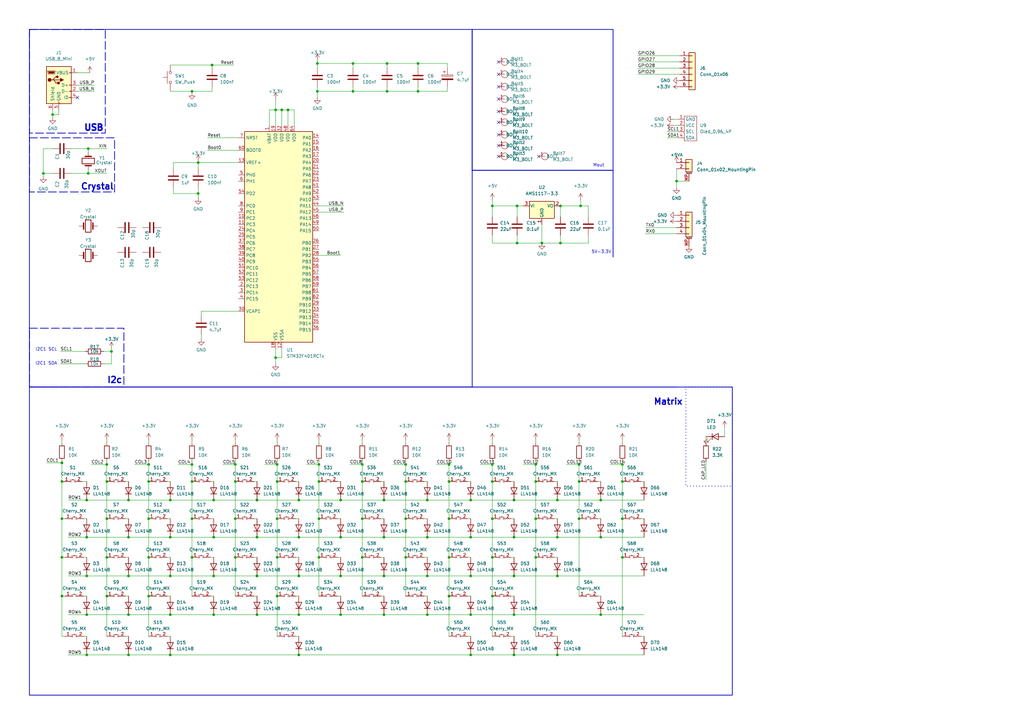
<source format=kicad_sch>
(kicad_sch (version 20230121) (generator eeschema)
  (paper "A3")
  (junction (at 184.15 244.475))
  (junction (at 201.93 244.475))
  (junction (at 86.995 26.67))
  (junction (at 78.74 228.6))
  (junction (at 219.71 197.485))
  (junction (at 184.15 228.6))
  (junction (at 60.96 190.5))
  (junction (at 237.49 190.5))
  (junction (at 113.03 45.085))
  (junction (at 52.705 205.105))
  (junction (at 237.49 212.725))
  (junction (at 228.6 205.105))
  (junction (at 78.74 190.5))
  (junction (at 87.63 205.105))
  (junction (at 139.7 205.105))
  (junction (at 139.7 220.345))
  (junction (at 144.78 26.035))
  (junction (at 193.04 236.22))
  (junction (at 166.37 197.485))
  (junction (at 60.96 197.485))
  (junction (at 81.28 79.375))
  (junction (at 25.4 212.725))
  (junction (at 175.26 252.095))
  (junction (at 130.81 197.485))
  (junction (at 228.6 268.605))
  (junction (at 255.27 212.725))
  (junction (at 157.48 220.345))
  (junction (at 184.15 190.5))
  (junction (at 139.7 236.22))
  (junction (at 52.705 268.605))
  (junction (at 166.37 190.5))
  (junction (at 171.45 37.465))
  (junction (at 115.57 45.085))
  (junction (at 113.665 244.475))
  (junction (at 212.09 84.455))
  (junction (at 157.48 236.22))
  (junction (at 222.25 99.695))
  (junction (at 25.4 228.6))
  (junction (at 122.555 252.095))
  (junction (at 96.52 190.5))
  (junction (at 113.665 228.6))
  (junction (at 78.74 37.465))
  (junction (at 148.59 197.485))
  (junction (at 96.52 197.485))
  (junction (at 255.27 190.5))
  (junction (at 105.41 252.095))
  (junction (at 175.26 236.22))
  (junction (at 96.52 212.725))
  (junction (at 96.52 228.6))
  (junction (at 210.82 252.095))
  (junction (at 25.4 197.485))
  (junction (at 212.09 99.695))
  (junction (at 35.56 220.345))
  (junction (at 122.555 268.605))
  (junction (at 81.28 66.675))
  (junction (at 87.63 252.095))
  (junction (at 201.93 190.5))
  (junction (at 69.85 236.22))
  (junction (at 35.56 236.22))
  (junction (at 219.71 212.725))
  (junction (at 45.72 144.145))
  (junction (at 52.705 236.22))
  (junction (at 78.74 212.725))
  (junction (at 238.125 84.455))
  (junction (at 210.82 236.22))
  (junction (at 52.705 220.345))
  (junction (at 36.195 71.12))
  (junction (at 17.78 71.12))
  (junction (at 35.56 205.105))
  (junction (at 144.78 37.465))
  (junction (at 228.6 236.22))
  (junction (at 105.41 220.345))
  (junction (at 122.555 220.345))
  (junction (at 246.38 252.095))
  (junction (at 122.555 236.22))
  (junction (at 193.04 252.095))
  (junction (at 193.04 268.605))
  (junction (at 52.705 252.095))
  (junction (at 60.96 228.6))
  (junction (at 255.27 197.485))
  (junction (at 229.87 99.695))
  (junction (at 130.81 228.6))
  (junction (at 237.49 197.485))
  (junction (at 43.815 190.5))
  (junction (at 130.81 212.725))
  (junction (at 43.815 244.475))
  (junction (at 139.7 252.095))
  (junction (at 105.41 205.105))
  (junction (at 69.85 205.105))
  (junction (at 175.26 205.105))
  (junction (at 78.74 197.485))
  (junction (at 175.26 220.345))
  (junction (at 166.37 212.725))
  (junction (at 210.82 268.605))
  (junction (at 201.93 228.6))
  (junction (at 113.665 197.485))
  (junction (at 113.665 212.725))
  (junction (at 130.175 26.035))
  (junction (at 130.175 37.465))
  (junction (at 43.815 197.485))
  (junction (at 148.59 212.725))
  (junction (at 60.96 244.475))
  (junction (at 219.71 228.6))
  (junction (at 228.6 220.345))
  (junction (at 25.4 244.475))
  (junction (at 201.93 84.455))
  (junction (at 246.38 205.105))
  (junction (at 148.59 190.5))
  (junction (at 219.71 190.5))
  (junction (at 229.87 84.455))
  (junction (at 130.81 190.5))
  (junction (at 158.75 37.465))
  (junction (at 113.03 146.685))
  (junction (at 210.82 220.345))
  (junction (at 171.45 26.035))
  (junction (at 184.15 197.485))
  (junction (at 43.815 212.725))
  (junction (at 157.48 205.105))
  (junction (at 277.495 74.295))
  (junction (at 148.59 228.6))
  (junction (at 87.63 236.22))
  (junction (at 210.82 205.105))
  (junction (at 35.56 268.605))
  (junction (at 246.38 220.345))
  (junction (at 201.93 212.725))
  (junction (at 69.85 220.345))
  (junction (at 122.555 205.105))
  (junction (at 69.85 268.605))
  (junction (at 166.37 228.6))
  (junction (at 36.195 60.96))
  (junction (at 21.59 46.99))
  (junction (at 35.56 252.095))
  (junction (at 25.4 189.865))
  (junction (at 157.48 252.095))
  (junction (at 113.665 190.5))
  (junction (at 43.815 228.6))
  (junction (at 158.75 26.035))
  (junction (at 87.63 220.345))
  (junction (at 60.96 212.725))
  (junction (at 193.04 205.105))
  (junction (at 105.41 236.22))
  (junction (at 118.11 45.085))
  (junction (at 69.85 252.095))
  (junction (at 255.27 228.6))
  (junction (at 201.93 197.485))
  (junction (at 184.15 212.725))
  (junction (at 193.04 220.345))
  (no_connect (at 204.47 50.165))
  (no_connect (at 204.47 30.48))
  (no_connect (at 220.98 64.135))
  (no_connect (at 204.47 64.135))
  (no_connect (at 31.75 40.005))
  (no_connect (at 204.47 25.4))
  (no_connect (at 204.47 35.56))
  (no_connect (at 204.47 40.64))
  (no_connect (at 204.47 59.69))
  (no_connect (at 204.47 45.72))
  (no_connect (at 204.47 55.245))
  (wire (pts (xy 246.38 252.095) (xy 264.16 252.095)))
  (wire (pts (xy 87.63 236.22) (xy 105.41 236.22)))
  (wire (pts (xy 25.4 189.865) (xy 25.4 189.23)))
  (wire (pts (xy 34.29 260.985) (xy 35.56 260.985)))
  (wire (pts (xy 69.85 212.725) (xy 68.58 212.725)))
  (wire (pts (xy 210.82 252.095) (xy 246.38 252.095)))
  (wire (pts (xy 113.03 146.685) (xy 113.03 142.875)))
  (wire (pts (xy 201.93 84.455) (xy 212.09 84.455)))
  (wire (pts (xy 148.59 197.485) (xy 148.59 212.725)))
  (wire (pts (xy 25.4 197.485) (xy 25.4 189.865)))
  (wire (pts (xy 113.03 45.085) (xy 113.03 51.435)))
  (wire (pts (xy 113.665 189.23) (xy 113.665 190.5)))
  (wire (pts (xy 113.665 228.6) (xy 113.665 244.475)))
  (wire (pts (xy 121.285 197.485) (xy 122.555 197.485)))
  (wire (pts (xy 264.16 260.985) (xy 262.89 260.985)))
  (wire (pts (xy 60.96 244.475) (xy 60.96 260.985)))
  (wire (pts (xy 210.82 268.605) (xy 228.6 268.605)))
  (wire (pts (xy 78.74 212.725) (xy 78.74 228.6)))
  (wire (pts (xy 38.735 34.925) (xy 31.75 34.925)))
  (wire (pts (xy 78.74 190.5) (xy 78.74 197.485)))
  (wire (pts (xy 78.74 228.6) (xy 78.74 244.475)))
  (wire (pts (xy 60.96 197.485) (xy 60.96 212.725)))
  (wire (pts (xy 264.795 95.885) (xy 277.495 95.885)))
  (wire (pts (xy 210.82 205.105) (xy 228.6 205.105)))
  (wire (pts (xy 166.37 190.5) (xy 166.37 197.485)))
  (wire (pts (xy 26.67 260.985) (xy 25.4 260.985)))
  (wire (pts (xy 122.555 220.345) (xy 139.7 220.345)))
  (wire (pts (xy 229.87 99.695) (xy 222.25 99.695)))
  (wire (pts (xy 21.59 48.26) (xy 21.59 46.99)))
  (wire (pts (xy 96.52 180.34) (xy 96.52 181.61)))
  (wire (pts (xy 69.85 268.605) (xy 122.555 268.605)))
  (wire (pts (xy 209.55 197.485) (xy 210.82 197.485)))
  (wire (pts (xy 144.78 37.465) (xy 144.78 35.56)))
  (wire (pts (xy 264.16 228.6) (xy 262.89 228.6)))
  (wire (pts (xy 69.85 244.475) (xy 68.58 244.475)))
  (wire (pts (xy 69.85 252.095) (xy 87.63 252.095)))
  (wire (pts (xy 52.705 268.605) (xy 69.85 268.605)))
  (wire (pts (xy 69.85 26.67) (xy 86.995 26.67)))
  (wire (pts (xy 157.48 252.095) (xy 175.26 252.095)))
  (wire (pts (xy 261.62 30.48) (xy 278.765 30.48)))
  (wire (pts (xy 24.765 144.145) (xy 34.925 144.145)))
  (wire (pts (xy 276.225 51.435) (xy 278.13 51.435)))
  (wire (pts (xy 86.995 37.465) (xy 86.995 35.56)))
  (wire (pts (xy 143.51 190.5) (xy 148.59 190.5)))
  (wire (pts (xy 34.29 228.6) (xy 35.56 228.6)))
  (wire (pts (xy 122.555 260.985) (xy 121.285 260.985)))
  (wire (pts (xy 171.45 37.465) (xy 171.45 35.56)))
  (wire (pts (xy 139.7 244.475) (xy 138.43 244.475)))
  (wire (pts (xy 81.28 79.375) (xy 81.28 81.28)))
  (wire (pts (xy 184.15 197.485) (xy 184.15 212.725)))
  (wire (pts (xy 35.56 268.605) (xy 52.705 268.605)))
  (wire (pts (xy 201.93 180.34) (xy 201.93 181.61)))
  (wire (pts (xy 73.025 190.5) (xy 78.74 190.5)))
  (wire (pts (xy 69.85 37.465) (xy 78.74 37.465)))
  (wire (pts (xy 130.175 40.005) (xy 130.175 37.465)))
  (wire (pts (xy 33.655 197.485) (xy 35.56 197.485)))
  (wire (pts (xy 140.97 84.455) (xy 130.81 84.455)))
  (wire (pts (xy 81.28 76.835) (xy 81.28 79.375)))
  (wire (pts (xy 201.93 88.9) (xy 201.93 84.455)))
  (wire (pts (xy 158.75 26.035) (xy 171.45 26.035)))
  (wire (pts (xy 82.55 137.16) (xy 82.55 139.065)))
  (wire (pts (xy 81.28 66.04) (xy 81.28 66.675)))
  (wire (pts (xy 212.09 96.52) (xy 212.09 99.695)))
  (polyline (pts (xy 193.675 158.75) (xy 277.495 158.75)))
  (wire (pts (xy 184.15 244.475) (xy 184.15 260.985)))
  (wire (pts (xy 171.45 37.465) (xy 183.515 37.465)))
  (wire (pts (xy 29.21 60.96) (xy 36.195 60.96)))
  (wire (pts (xy 52.705 260.985) (xy 51.435 260.985)))
  (wire (pts (xy 210.82 212.725) (xy 209.55 212.725)))
  (wire (pts (xy 52.705 236.22) (xy 69.85 236.22)))
  (wire (pts (xy 157.48 244.475) (xy 156.21 244.475)))
  (wire (pts (xy 130.175 24.765) (xy 130.175 26.035)))
  (wire (pts (xy 27.94 236.22) (xy 35.56 236.22)))
  (wire (pts (xy 71.12 76.835) (xy 71.12 79.375)))
  (wire (pts (xy 81.28 66.675) (xy 97.79 66.675)))
  (wire (pts (xy 115.57 45.085) (xy 113.03 45.085)))
  (wire (pts (xy 255.27 180.34) (xy 255.27 181.61)))
  (wire (pts (xy 179.07 190.5) (xy 184.15 190.5)))
  (polyline (pts (xy 193.675 69.85) (xy 251.46 69.85)) (stroke (width 0.3)))
  (wire (pts (xy 130.81 190.5) (xy 130.81 197.485)))
  (wire (pts (xy 228.6 212.725) (xy 227.33 212.725)))
  (wire (pts (xy 222.25 99.695) (xy 222.25 92.075)))
  (wire (pts (xy 25.4 228.6) (xy 25.4 244.475)))
  (wire (pts (xy 166.37 212.725) (xy 166.37 228.6)))
  (wire (pts (xy 277.495 74.295) (xy 282.575 74.295)))
  (wire (pts (xy 175.26 244.475) (xy 173.99 244.475)))
  (wire (pts (xy 184.15 189.23) (xy 184.15 190.5)))
  (wire (pts (xy 219.71 228.6) (xy 219.71 260.985)))
  (wire (pts (xy 201.93 189.23) (xy 201.93 190.5)))
  (wire (pts (xy 237.49 197.485) (xy 237.49 212.725)))
  (wire (pts (xy 85.09 61.595) (xy 97.79 61.595)))
  (wire (pts (xy 122.555 236.22) (xy 139.7 236.22)))
  (wire (pts (xy 45.72 144.145) (xy 42.545 144.145)))
  (wire (pts (xy 173.99 197.485) (xy 175.26 197.485)))
  (wire (pts (xy 108.585 190.5) (xy 113.665 190.5)))
  (wire (pts (xy 87.63 228.6) (xy 86.36 228.6)))
  (wire (pts (xy 17.78 60.96) (xy 17.78 71.12)))
  (wire (pts (xy 184.15 190.5) (xy 184.15 197.485)))
  (wire (pts (xy 96.52 190.5) (xy 96.52 197.485)))
  (wire (pts (xy 60.96 189.23) (xy 60.96 190.5)))
  (wire (pts (xy 237.49 189.23) (xy 237.49 190.5)))
  (wire (pts (xy 130.175 26.035) (xy 130.175 27.94)))
  (wire (pts (xy 105.41 205.105) (xy 122.555 205.105)))
  (wire (pts (xy 51.435 197.485) (xy 52.705 197.485)))
  (wire (pts (xy 130.175 37.465) (xy 130.175 35.56)))
  (wire (pts (xy 19.05 189.865) (xy 25.4 189.865)))
  (wire (pts (xy 289.56 196.85) (xy 289.56 189.23)))
  (wire (pts (xy 113.665 190.5) (xy 113.665 197.485)))
  (wire (pts (xy 24.13 46.99) (xy 21.59 46.99)))
  (wire (pts (xy 229.87 96.52) (xy 229.87 99.695)))
  (wire (pts (xy 201.93 81.915) (xy 201.93 84.455)))
  (wire (pts (xy 42.545 149.225) (xy 45.72 149.225)))
  (wire (pts (xy 228.6 228.6) (xy 227.33 228.6)))
  (wire (pts (xy 171.45 26.035) (xy 183.515 26.035)))
  (wire (pts (xy 158.75 37.465) (xy 171.45 37.465)))
  (wire (pts (xy 210.82 244.475) (xy 209.55 244.475)))
  (wire (pts (xy 171.45 26.035) (xy 171.45 27.94)))
  (wire (pts (xy 25.4 212.725) (xy 26.67 212.725)))
  (wire (pts (xy 122.555 244.475) (xy 121.285 244.475)))
  (wire (pts (xy 60.96 228.6) (xy 60.96 244.475)))
  (wire (pts (xy 255.27 190.5) (xy 255.27 197.485)))
  (wire (pts (xy 219.71 180.34) (xy 219.71 181.61)))
  (wire (pts (xy 238.125 81.915) (xy 238.125 84.455)))
  (wire (pts (xy 139.7 228.6) (xy 138.43 228.6)))
  (polyline (pts (xy 251.46 105.41) (xy 251.46 69.85)) (stroke (width 0.3)))
  (wire (pts (xy 118.11 51.435) (xy 118.11 45.085)))
  (wire (pts (xy 161.29 190.5) (xy 166.37 190.5)))
  (wire (pts (xy 157.48 205.105) (xy 175.26 205.105)))
  (wire (pts (xy 210.82 220.345) (xy 228.6 220.345)))
  (wire (pts (xy 96.52 189.23) (xy 96.52 190.5)))
  (wire (pts (xy 87.63 244.475) (xy 86.36 244.475)))
  (wire (pts (xy 139.7 212.725) (xy 138.43 212.725)))
  (wire (pts (xy 193.04 212.725) (xy 191.77 212.725)))
  (wire (pts (xy 201.93 228.6) (xy 201.93 244.475)))
  (wire (pts (xy 191.77 197.485) (xy 193.04 197.485)))
  (wire (pts (xy 78.74 37.465) (xy 86.995 37.465)))
  (wire (pts (xy 184.15 180.34) (xy 184.15 181.61)))
  (wire (pts (xy 219.71 197.485) (xy 219.71 212.725)))
  (wire (pts (xy 255.27 189.23) (xy 255.27 190.5)))
  (wire (pts (xy 229.87 84.455) (xy 238.125 84.455)))
  (wire (pts (xy 184.15 228.6) (xy 184.15 244.475)))
  (wire (pts (xy 297.18 175.26) (xy 297.18 179.07)))
  (wire (pts (xy 175.26 228.6) (xy 173.99 228.6)))
  (wire (pts (xy 246.38 212.725) (xy 245.11 212.725)))
  (wire (pts (xy 261.62 25.4) (xy 278.765 25.4)))
  (wire (pts (xy 43.815 212.725) (xy 43.815 228.6)))
  (wire (pts (xy 228.6 260.985) (xy 227.33 260.985)))
  (wire (pts (xy 255.27 197.485) (xy 255.27 212.725)))
  (wire (pts (xy 69.85 228.6) (xy 68.58 228.6)))
  (wire (pts (xy 43.815 190.5) (xy 43.815 197.485)))
  (wire (pts (xy 105.41 212.725) (xy 104.14 212.725)))
  (wire (pts (xy 201.93 244.475) (xy 201.93 260.985)))
  (wire (pts (xy 193.04 228.6) (xy 191.77 228.6)))
  (wire (pts (xy 43.815 71.12) (xy 36.195 71.12)))
  (wire (pts (xy 34.29 212.725) (xy 35.56 212.725)))
  (wire (pts (xy 68.58 197.485) (xy 69.85 197.485)))
  (wire (pts (xy 227.33 197.485) (xy 228.6 197.485)))
  (wire (pts (xy 125.73 190.5) (xy 130.81 190.5)))
  (wire (pts (xy 237.49 180.34) (xy 237.49 181.61)))
  (wire (pts (xy 241.3 88.9) (xy 241.3 84.455)))
  (wire (pts (xy 25.4 197.485) (xy 25.4 212.725)))
  (wire (pts (xy 105.41 236.22) (xy 122.555 236.22)))
  (wire (pts (xy 25.4 197.485) (xy 26.035 197.485)))
  (wire (pts (xy 214.63 190.5) (xy 219.71 190.5)))
  (wire (pts (xy 139.7 220.345) (xy 157.48 220.345)))
  (wire (pts (xy 52.705 212.725) (xy 51.435 212.725)))
  (wire (pts (xy 130.81 189.23) (xy 130.81 190.5)))
  (wire (pts (xy 262.89 197.485) (xy 264.16 197.485)))
  (wire (pts (xy 115.57 142.875) (xy 115.57 146.685)))
  (wire (pts (xy 175.26 252.095) (xy 193.04 252.095)))
  (wire (pts (xy 193.04 236.22) (xy 210.82 236.22)))
  (wire (pts (xy 29.21 71.12) (xy 36.195 71.12)))
  (wire (pts (xy 245.11 197.485) (xy 246.38 197.485)))
  (wire (pts (xy 175.26 236.22) (xy 193.04 236.22)))
  (wire (pts (xy 289.56 179.07) (xy 289.56 181.61)))
  (wire (pts (xy 36.195 71.12) (xy 36.195 69.85)))
  (wire (pts (xy 196.85 190.5) (xy 201.93 190.5)))
  (wire (pts (xy 71.12 79.375) (xy 81.28 79.375)))
  (wire (pts (xy 122.555 205.105) (xy 139.7 205.105)))
  (wire (pts (xy 85.09 56.515) (xy 97.79 56.515)))
  (wire (pts (xy 113.665 244.475) (xy 113.665 260.985)))
  (wire (pts (xy 212.09 84.455) (xy 214.63 84.455)))
  (wire (pts (xy 219.71 190.5) (xy 219.71 197.485)))
  (wire (pts (xy 210.82 228.6) (xy 209.55 228.6)))
  (wire (pts (xy 157.48 212.725) (xy 156.21 212.725)))
  (wire (pts (xy 35.56 252.095) (xy 52.705 252.095)))
  (wire (pts (xy 255.27 228.6) (xy 255.27 260.985)))
  (wire (pts (xy 27.94 252.095) (xy 35.56 252.095)))
  (wire (pts (xy 81.28 66.675) (xy 81.28 69.215)))
  (wire (pts (xy 261.62 27.94) (xy 278.765 27.94)))
  (wire (pts (xy 261.62 22.86) (xy 278.765 22.86)))
  (wire (pts (xy 113.665 197.485) (xy 113.665 212.725)))
  (wire (pts (xy 87.63 220.345) (xy 105.41 220.345)))
  (wire (pts (xy 237.49 190.5) (xy 237.49 197.485)))
  (wire (pts (xy 113.665 212.725) (xy 113.665 228.6)))
  (wire (pts (xy 158.75 26.035) (xy 158.75 27.94)))
  (wire (pts (xy 43.815 189.23) (xy 43.815 190.5)))
  (wire (pts (xy 21.59 60.96) (xy 17.78 60.96)))
  (wire (pts (xy 210.82 236.22) (xy 228.6 236.22)))
  (wire (pts (xy 246.38 205.105) (xy 264.16 205.105)))
  (wire (pts (xy 201.93 96.52) (xy 201.93 99.695)))
  (wire (pts (xy 45.72 142.875) (xy 45.72 144.145)))
  (wire (pts (xy 122.555 228.6) (xy 121.285 228.6)))
  (wire (pts (xy 139.7 205.105) (xy 157.48 205.105)))
  (wire (pts (xy 276.225 48.895) (xy 278.13 48.895)))
  (wire (pts (xy 157.48 236.22) (xy 175.26 236.22)))
  (wire (pts (xy 157.48 228.6) (xy 156.21 228.6)))
  (wire (pts (xy 69.85 220.345) (xy 87.63 220.345)))
  (wire (pts (xy 219.71 189.23) (xy 219.71 190.5)))
  (wire (pts (xy 130.81 212.725) (xy 130.81 228.6)))
  (wire (pts (xy 60.96 212.725) (xy 60.96 228.6)))
  (wire (pts (xy 35.56 236.22) (xy 52.705 236.22)))
  (wire (pts (xy 17.78 72.39) (xy 17.78 71.12)))
  (wire (pts (xy 175.26 205.105) (xy 193.04 205.105)))
  (wire (pts (xy 86.995 27.94) (xy 86.995 26.67)))
  (wire (pts (xy 105.41 252.095) (xy 122.555 252.095)))
  (wire (pts (xy 175.26 220.345) (xy 193.04 220.345)))
  (wire (pts (xy 60.96 190.5) (xy 60.96 197.485)))
  (wire (pts (xy 105.41 220.345) (xy 122.555 220.345)))
  (wire (pts (xy 166.37 197.485) (xy 166.37 212.725)))
  (wire (pts (xy 69.85 36.83) (xy 69.85 37.465)))
  (wire (pts (xy 212.09 88.9) (xy 212.09 84.455)))
  (wire (pts (xy 25.4 244.475) (xy 25.4 260.985)))
  (wire (pts (xy 241.3 96.52) (xy 241.3 99.695)))
  (wire (pts (xy 273.685 56.515) (xy 278.13 56.515)))
  (wire (pts (xy 277.495 74.295) (xy 277.495 69.215)))
  (wire (pts (xy 82.55 127.635) (xy 82.55 129.54)))
  (wire (pts (xy 118.11 45.085) (xy 115.57 45.085)))
  (wire (pts (xy 144.78 26.035) (xy 158.75 26.035)))
  (wire (pts (xy 201.93 190.5) (xy 201.93 197.485)))
  (wire (pts (xy 43.815 180.34) (xy 43.815 181.61)))
  (wire (pts (xy 148.59 180.34) (xy 148.59 181.61)))
  (wire (pts (xy 52.705 205.105) (xy 69.85 205.105)))
  (wire (pts (xy 277.495 76.835) (xy 277.495 74.295)))
  (wire (pts (xy 78.74 197.485) (xy 78.74 212.725)))
  (wire (pts (xy 43.815 197.485) (xy 43.815 212.725)))
  (wire (pts (xy 60.96 180.34) (xy 60.96 181.61)))
  (wire (pts (xy 43.815 244.475) (xy 43.815 260.985)))
  (wire (pts (xy 193.04 244.475) (xy 191.77 244.475)))
  (wire (pts (xy 78.74 180.34) (xy 78.74 181.61)))
  (wire (pts (xy 105.41 244.475) (xy 104.14 244.475)))
  (wire (pts (xy 201.93 212.725) (xy 201.93 228.6)))
  (wire (pts (xy 183.515 35.56) (xy 183.515 37.465)))
  (wire (pts (xy 96.52 197.485) (xy 96.52 212.725)))
  (wire (pts (xy 228.6 220.345) (xy 246.38 220.345)))
  (wire (pts (xy 86.995 26.67) (xy 95.885 26.67)))
  (wire (pts (xy 201.93 99.695) (xy 212.09 99.695)))
  (wire (pts (xy 148.59 190.5) (xy 148.59 197.485)))
  (wire (pts (xy 110.49 45.085) (xy 113.03 45.085)))
  (wire (pts (xy 148.59 228.6) (xy 148.59 244.475)))
  (wire (pts (xy 69.85 260.985) (xy 68.58 260.985)))
  (wire (pts (xy 229.87 88.9) (xy 229.87 84.455)))
  (wire (pts (xy 139.7 252.095) (xy 157.48 252.095)))
  (wire (pts (xy 120.65 45.085) (xy 118.11 45.085)))
  (wire (pts (xy 122.555 252.095) (xy 139.7 252.095)))
  (wire (pts (xy 175.26 212.725) (xy 173.99 212.725)))
  (wire (pts (xy 82.55 127.635) (xy 97.79 127.635)))
  (wire (pts (xy 139.7 104.775) (xy 130.81 104.775)))
  (wire (pts (xy 113.665 180.34) (xy 113.665 181.61)))
  (wire (pts (xy 87.63 252.095) (xy 105.41 252.095)))
  (wire (pts (xy 115.57 51.435) (xy 115.57 45.085)))
  (wire (pts (xy 43.815 190.5) (xy 37.465 190.5)))
  (wire (pts (xy 36.195 60.96) (xy 36.195 62.23)))
  (wire (pts (xy 52.705 228.6) (xy 51.435 228.6)))
  (wire (pts (xy 110.49 51.435) (xy 110.49 45.085)))
  (wire (pts (xy 91.44 190.5) (xy 96.52 190.5)))
  (wire (pts (xy 148.59 212.725) (xy 148.59 228.6)))
  (wire (pts (xy 69.85 205.105) (xy 87.63 205.105)))
  (wire (pts (xy 86.36 197.485) (xy 87.63 197.485)))
  (wire (pts (xy 35.56 220.345) (xy 52.705 220.345)))
  (wire (pts (xy 69.85 236.22) (xy 87.63 236.22)))
  (wire (pts (xy 237.49 212.725) (xy 237.49 244.475)))
  (wire (pts (xy 25.4 244.475) (xy 26.67 244.475)))
  (wire (pts (xy 255.27 212.725) (xy 255.27 228.6)))
  (wire (pts (xy 120.65 51.435) (xy 120.65 45.085)))
  (wire (pts (xy 78.74 189.23) (xy 78.74 190.5)))
  (wire (pts (xy 130.81 228.6) (xy 130.81 244.475)))
  (wire (pts (xy 43.815 60.96) (xy 36.195 60.96)))
  (wire (pts (xy 158.75 37.465) (xy 158.75 35.56)))
  (wire (pts (xy 212.09 99.695) (xy 222.25 99.695)))
  (wire (pts (xy 193.04 252.095) (xy 210.82 252.095)))
  (wire (pts (xy 55.245 190.5) (xy 60.96 190.5)))
  (wire (pts (xy 25.4 228.6) (xy 26.67 228.6)))
  (wire (pts (xy 25.4 212.725) (xy 25.4 228.6)))
  (wire (pts (xy 193.04 268.605) (xy 210.82 268.605)))
  (wire (pts (xy 193.04 205.105) (xy 210.82 205.105)))
  (wire (pts (xy 193.04 260.985) (xy 191.77 260.985)))
  (wire (pts (xy 139.7 236.22) (xy 157.48 236.22)))
  (wire (pts (xy 104.14 197.485) (xy 105.41 197.485)))
  (wire (pts (xy 17.78 71.12) (xy 21.59 71.12)))
  (wire (pts (xy 27.94 205.105) (xy 35.56 205.105)))
  (wire (pts (xy 130.81 197.485) (xy 130.81 212.725)))
  (wire (pts (xy 115.57 146.685) (xy 113.03 146.685)))
  (wire (pts (xy 228.6 205.105) (xy 246.38 205.105)))
  (wire (pts (xy 78.74 37.465) (xy 78.74 38.1)))
  (wire (pts (xy 71.12 66.675) (xy 81.28 66.675)))
  (wire (pts (xy 130.175 37.465) (xy 144.78 37.465)))
  (wire (pts (xy 148.59 189.23) (xy 148.59 190.5)))
  (wire (pts (xy 184.15 212.725) (xy 184.15 228.6)))
  (wire (pts (xy 140.97 86.995) (xy 130.81 86.995)))
  (wire (pts (xy 264.16 212.725) (xy 262.89 212.725)))
  (wire (pts (xy 219.71 212.725) (xy 219.71 228.6)))
  (wire (pts (xy 51.435 244.475) (xy 52.705 244.475)))
  (wire (pts (xy 130.81 180.34) (xy 130.81 181.61)))
  (wire (pts (xy 157.48 220.345) (xy 175.26 220.345)))
  (wire (pts (xy 228.6 268.605) (xy 264.16 268.605)))
  (wire (pts (xy 52.705 252.095) (xy 69.85 252.095)))
  (wire (pts (xy 122.555 212.725) (xy 121.285 212.725)))
  (wire (pts (xy 43.815 228.6) (xy 43.815 244.475)))
  (wire (pts (xy 138.43 197.485) (xy 139.7 197.485)))
  (wire (pts (xy 246.38 244.475) (xy 245.11 244.475)))
  (wire (pts (xy 96.52 228.6) (xy 96.52 244.475)))
  (wire (pts (xy 166.37 228.6) (xy 166.37 244.475)))
  (wire (pts (xy 27.94 268.605) (xy 35.56 268.605)))
  (wire (pts (xy 228.6 236.22) (xy 264.16 236.22)))
  (wire (pts (xy 113.03 40.64) (xy 113.03 45.085)))
  (wire (pts (xy 87.63 212.725) (xy 86.36 212.725)))
  (wire (pts (xy 273.685 53.975) (xy 278.13 53.975)))
  (wire (pts (xy 122.555 268.605) (xy 193.04 268.605)))
  (wire (pts (xy 130.175 26.035) (xy 144.78 26.035)))
  (wire (pts (xy 156.21 197.485) (xy 157.48 197.485)))
  (wire (pts (xy 241.3 99.695) (xy 229.87 99.695)))
  (wire (pts (xy 144.78 26.035) (xy 144.78 27.94)))
  (wire (pts (xy 34.29 244.475) (xy 35.56 244.475)))
  (wire (pts (xy 241.3 84.455) (xy 238.125 84.455)))
  (wire (pts (xy 35.56 205.105) (xy 52.705 205.105)))
  (wire (pts (xy 193.04 220.345) (xy 210.82 220.345)))
  (wire (pts (xy 246.38 220.345) (xy 264.16 220.345)))
  (wire (pts (xy 250.19 190.5) (xy 255.27 190.5)))
  (wire (pts (xy 144.78 37.465) (xy 158.75 37.465)))
  (wire (pts (xy 24.13 45.085) (xy 24.13 46.99)))
  (wire (pts (xy 27.94 220.345) (xy 35.56 220.345)))
  (wire (pts (xy 183.515 27.94) (xy 183.515 26.035)))
  (wire (pts (xy 113.03 149.225) (xy 113.03 146.685)))
  (wire (pts (xy 232.41 190.5) (xy 237.49 190.5)))
  (wire (pts (xy 24.765 149.225) (xy 34.925 149.225)))
  (wire (pts (xy 210.82 260.985) (xy 209.55 260.985)))
  (wire (pts (xy 38.735 37.465) (xy 31.75 37.465)))
  (wire (pts (xy 105.41 228.6) (xy 104.14 228.6)))
  (wire (pts (xy 36.83 29.845) (xy 31.75 29.845)))
  (wire (pts (xy 166.37 180.34) (xy 166.37 181.61)))
  (wire (pts (xy 45.72 149.225) (xy 45.72 144.145)))
  (wire (pts (xy 71.12 69.215) (xy 71.12 66.675)))
  (wire (pts (xy 201.93 197.485) (xy 201.93 212.725)))
  (wire (pts (xy 264.795 93.345) (xy 277.495 93.345)))
  (wire (pts (xy 21.59 46.99) (xy 21.59 45.085)))
  (wire (pts (xy 25.4 180.34) (xy 25.4 181.61)))
  (wire (pts (xy 87.63 205.105) (xy 105.41 205.105)))
  (wire (pts (xy 166.37 189.23) (xy 166.37 190.5)))
  (wire (pts (xy 96.52 212.725) (xy 96.52 228.6)))
  (wire (pts (xy 52.705 220.345) (xy 69.85 220.345)))
  (rectangle (start 12.065 12.065) (end 43.18 54.61) (stroke (width 0.3) (type dash)))
  (rectangle (start 12.065 158.75) (end 300.355 285.115) (stroke (width 0.3)))
  (rectangle (start 281.305 158.75) (end 300.355 199.39) (stroke (width 0.3) (type dot)))
  (rectangle (start 12.065 12.065) (end 193.675 158.75) (stroke (width 0.3)))
  (rectangle (start 12.065 56.515) (end 46.99 78.74) (stroke (width 0.3) (type dash)))
  (rectangle (start 12.065 134.62) (end 50.8 158.75) (stroke (width 0.3) (type dash)))
  (rectangle (start 193.675 12.065) (end 251.46 69.85) (stroke (width 0.3)))
  (text "I2C1 SCL" (at 23.495 144.145 0) (effects (font (size 1.27 1.27)) (justify right bottom)))
  (text "I2C1 SDA" (at 23.495 149.86 0) (effects (font (size 1.27 1.27)) (justify right bottom)))
  (text "USB" (at 34.29 53.975 0) (effects (font (size 2.54 2.54) (thickness 0.6) bold) (justify left bottom)))
  (text "Matrix" (at 267.97 166.37 0) (effects (font (size 2.54 2.54) (thickness 0.508) bold) (justify left bottom)))
  (text "Mout" (at 243.205 68.58 0) (effects (font (size 1.27 1.27)) (justify left bottom)))
  (text "I2c" (at 43.815 157.48 0) (effects (font (size 2.54 2.54) (thickness 0.508) bold) (justify left bottom)))
  (text "5V-3.3V\n" (at 242.57 104.14 0) (effects (font (size 1.27 1.27)) (justify left bottom)))
  (text "Crystal\n" (at 33.02 78.105 0) (effects (font (size 2.54 2.54) (thickness 0.508) bold) (justify left bottom)))
  (label "COL10" (at 179.07 190.5 0))
  (label "COL7" (at 125.73 190.5 0))
  (label "COL11" (at 196.85 190.5 0))
  (label "XIN" (at 43.815 60.96 180))
  (label "SDA1" (at 273.685 56.515 0))
  (label "Boot0" (at 85.09 61.595 0))
  (label "GPIO27" (at 261.62 25.4 0))
  (label "COL13" (at 232.41 190.5 0))
  (label "COL14" (at 250.19 190.5 0))
  (label "COL12" (at 214.63 190.5 0))
  (label "USB_N" (at 140.97 84.455 180))
  (label "GPIO28" (at 261.62 27.94 0))
  (label "ROW3" (at 27.94 236.22 0))
  (label "TX0" (at 264.795 93.345 0))
  (label "ROW5" (at 27.94 268.605 0))
  (label "RX0" (at 264.795 95.885 0))
  (label "Reset" (at 95.885 26.67 180))
  (label "COL8" (at 143.51 190.5 0))
  (label "COL6" (at 108.585 190.5 0))
  (label "COL2" (at 37.465 190.5 0))
  (label "Reset" (at 85.09 56.515 0))
  (label "ROW1" (at 27.94 205.105 0))
  (label "GPIO29" (at 261.62 30.48 0))
  (label "COL4" (at 73.025 190.5 0))
  (label "SCL1" (at 273.685 53.975 0))
  (label "USB_P" (at 38.735 34.925 180))
  (label "ROW4" (at 27.94 252.095 0))
  (label "Boot1" (at 139.7 104.775 180))
  (label "USB_P" (at 140.97 86.995 180))
  (label "USB_N" (at 38.735 37.465 180))
  (label "COL5" (at 91.44 190.5 0))
  (label "COL9" (at 161.29 190.5 0))
  (label "COL1" (at 19.05 189.865 0))
  (label "SDA1" (at 24.765 149.225 0))
  (label "CAP_LED" (at 289.56 196.85 90))
  (label "SCL1" (at 24.765 144.145 0))
  (label "COL3" (at 55.245 190.5 0))
  (label "GPIO26" (at 261.62 22.86 0))
  (label "ROW2" (at 27.94 220.345 0))
  (label "XOUT" (at 43.815 71.12 180))
  (symbol (lib_id "Cherry_MX:Cherry_MX") (at 64.77 212.09 0) (unit 1)
    (property "Reference" "S12" (at 64.77 207.01 0))
    (property "Value" "Cherry_MX" (at 64.77 209.55 0))
    (property "Footprint" "0JIMMY:SW_Hotswap_Kailh_MX_plated_1.00u" (effects hide))
  )
  (symbol (lib_id "Diode:LL4148") (at 193.04 216.535 90) (unit 1)
    (property "Reference" "D47" (at 195.58 215.2649 90) (effects (justify right)))
    (property "Value" "LL4148" (at 195.58 217.8049 90) (effects (justify right)))
    (property "Footprint" "Diode_SMD:D_MiniMELF" (effects hide))
    (property "Datasheet" "http://www.vishay.com/docs/85557/ll4148.pdf" (effects hide))
  )
  (symbol (lib_id "power:+3.3V") (at 148.59 180.34 0) (unit 1)
    (property "Reference" "#PWR020" (effects hide))
    (property "Value" "+3.3V" (at 148.59 174.625 0))
  )
  (symbol (lib_id "power:+5V") (at 36.83 29.845 0) (unit 1)
    (property "Reference" "#PWR03" (effects hide))
    (property "Value" "+5V" (at 36.83 24.13 0))
  )
  (symbol (lib_id "Device:C") (at 212.09 92.71 0) (unit 1)
    (property "Reference" "C15" (at 215.9 91.4399 0) (effects (justify left)))
    (property "Value" "0.1uF" (at 215.9 93.9799 0) (effects (justify left)))
    (property "Footprint" "Capacitor_SMD:C_0603_1608Metric" (effects hide))
  )
  (symbol (lib_id "Cherry_MX:Cherry_MX") (at 134.62 227.965 0) (unit 1)
    (property "Reference" "S33" (at 134.62 222.885 0))
    (property "Value" "Cherry_MX" (at 134.62 225.425 0))
    (property "Footprint" "0JIMMY:SW_Hotswap_Kailh_MX_plated_1.00u" (effects hide))
  )
  (symbol (lib_id "Diode:LL4148") (at 52.705 264.795 90) (unit 1)
    (property "Reference" "D10" (at 55.245 263.5249 90) (effects (justify right)))
    (property "Value" "LL4148" (at 55.245 266.0649 90) (effects (justify right)))
    (property "Footprint" "Diode_SMD:D_MiniMELF" (effects hide))
    (property "Datasheet" "http://www.vishay.com/docs/85557/ll4148.pdf" (effects hide))
  )
  (symbol (lib_id "Jimmy_Library:Oled_0.96_4P") (at 282.575 53.975 0) (unit 1)
    (property "Reference" "U9" (at 287.02 51.4349 0) (effects (justify left)))
    (property "Value" "Oled_0.96_4P" (at 287.02 53.9749 0) (effects (justify left)))
    (property "Footprint" "Connector_Molex:Molex_CLIK-Mate_502494-0470_1x04-1MP_P2.00mm_Horizontal" (effects hide))
  )
  (symbol (lib_id "Cherry_MX:Cherry_MX") (at 47.625 260.35 0) (unit 1)
    (property "Reference" "S10" (at 47.625 255.27 0))
    (property "Value" "Cherry_MX" (at 47.625 257.81 0))
    (property "Footprint" "0JIMMY:SW_Hotswap_Kailh_MX_plated_1.00u" (effects hide))
  )
  (symbol (lib_id "Cherry_MX:Cherry_MX") (at 152.4 227.965 0) (unit 1)
    (property "Reference" "S38" (at 152.4 222.885 0))
    (property "Value" "Cherry_MX" (at 152.4 225.425 0))
    (property "Footprint" "0JIMMY:SW_Hotswap_Kailh_MX_plated_1.00u" (effects hide))
  )
  (symbol (lib_id "power:GND") (at 81.28 81.28 0) (unit 1)
    (property "Reference" "#PWR014" (effects hide))
    (property "Value" "GND" (at 81.28 85.725 0))
  )
  (symbol (lib_id "Diode:LL4148") (at 193.04 248.285 90) (unit 1)
    (property "Reference" "D49" (at 195.58 247.0149 90) (effects (justify right)))
    (property "Value" "LL4148" (at 195.58 249.5549 90) (effects (justify right)))
    (property "Footprint" "Diode_SMD:D_MiniMELF" (effects hide))
    (property "Datasheet" "http://www.vishay.com/docs/85557/ll4148.pdf" (effects hide))
  )
  (symbol (lib_id "Diode:LL4148") (at 122.555 216.535 90) (unit 1)
    (property "Reference" "D27" (at 125.095 215.2649 90) (effects (justify right)))
    (property "Value" "LL4148" (at 125.095 217.8049 90) (effects (justify right)))
    (property "Footprint" "Diode_SMD:D_MiniMELF" (effects hide))
    (property "Datasheet" "http://www.vishay.com/docs/85557/ll4148.pdf" (effects hide))
  )
  (symbol (lib_id "Diode:LL4148") (at 157.48 216.535 90) (unit 1)
    (property "Reference" "D37" (at 160.02 215.2649 90) (effects (justify right)))
    (property "Value" "LL4148" (at 160.02 217.8049 90) (effects (justify right)))
    (property "Footprint" "Diode_SMD:D_MiniMELF" (effects hide))
    (property "Datasheet" "http://www.vishay.com/docs/85557/ll4148.pdf" (effects hide))
  )
  (symbol (lib_id "Diode:LL4148") (at 69.85 264.795 90) (unit 1)
    (property "Reference" "D15" (at 72.39 263.5249 90) (effects (justify right)))
    (property "Value" "LL4148" (at 72.39 266.0649 90) (effects (justify right)))
    (property "Footprint" "Diode_SMD:D_MiniMELF" (effects hide))
    (property "Datasheet" "http://www.vishay.com/docs/85557/ll4148.pdf" (effects hide))
  )
  (symbol (lib_id "Diode:LL4148") (at 87.63 201.295 90) (unit 1)
    (property "Reference" "D16" (at 90.17 200.0249 90) (effects (justify right)))
    (property "Value" "LL4148" (at 90.17 202.5649 90) (effects (justify right)))
    (property "Footprint" "Diode_SMD:D_MiniMELF" (effects hide))
    (property "Datasheet" "http://www.vishay.com/docs/85557/ll4148.pdf" (effects hide))
  )
  (symbol (lib_id "Diode:LL4148") (at 264.16 201.295 90) (unit 1)
    (property "Reference" "D66" (at 266.7 200.0249 90) (effects (justify right)))
    (property "Value" "LL4148" (at 266.7 202.5649 90) (effects (justify right)))
    (property "Footprint" "Diode_SMD:D_MiniMELF" (effects hide))
    (property "Datasheet" "http://www.vishay.com/docs/85557/ll4148.pdf" (effects hide))
  )
  (symbol (lib_id "Diode:LL4148") (at 139.7 232.41 90) (unit 1)
    (property "Reference" "D33" (at 142.24 231.1399 90) (effects (justify right)))
    (property "Value" "LL4148" (at 142.24 233.6799 90) (effects (justify right)))
    (property "Footprint" "Diode_SMD:D_MiniMELF" (effects hide))
    (property "Datasheet" "http://www.vishay.com/docs/85557/ll4148.pdf" (effects hide))
  )
  (symbol (lib_id "Cherry_MX:Cherry_MX") (at 30.48 212.09 0) (unit 1)
    (property "Reference" "S2" (at 30.48 207.01 0))
    (property "Value" "Cherry_MX" (at 30.48 209.55 0))
    (property "Footprint" "0JIMMY:SW_Hotswap_Kailh_MX_plated_1.00u" (effects hide))
  )
  (symbol (lib_id "power:+3.3V") (at 96.52 180.34 0) (unit 1)
    (property "Reference" "#PWR015" (effects hide))
    (property "Value" "+3.3V" (at 96.52 174.625 0))
  )
  (symbol (lib_id "Diode:LL4148") (at 264.16 264.795 90) (unit 1)
    (property "Reference" "D70" (at 266.7 263.5249 90) (effects (justify right)))
    (property "Value" "LL4148" (at 266.7 266.0649 90) (effects (justify right)))
    (property "Footprint" "Diode_SMD:D_MiniMELF" (effects hide))
    (property "Datasheet" "http://www.vishay.com/docs/85557/ll4148.pdf" (effects hide))
  )
  (symbol (lib_id "Cherry_MX:Cherry_MX") (at 47.625 243.84 0) (unit 1)
    (property "Reference" "S9" (at 47.625 238.76 0))
    (property "Value" "Cherry_MX" (at 47.625 241.3 0))
    (property "Footprint" "0JIMMY:SW_Hotswap_Kailh_MX_plated_1.00u" (effects hide))
  )
  (symbol (lib_id "Device:R") (at 289.56 185.42 0) (unit 1)
    (property "Reference" "R22" (at 292.1 184.1499 0) (effects (justify left)))
    (property "Value" "3.3K" (at 292.1 186.6899 0) (effects (justify left)))
    (property "Footprint" "Resistor_SMD:R_0603_1608Metric_Pad0.98x0.95mm_HandSolder" (effects hide))
  )
  (symbol (lib_id "Diode:LL4148") (at 122.555 248.285 90) (unit 1)
    (property "Reference" "D29" (at 125.095 247.0149 90) (effects (justify right)))
    (property "Value" "LL4148" (at 125.095 249.5549 90) (effects (justify right)))
    (property "Footprint" "Diode_SMD:D_MiniMELF" (effects hide))
    (property "Datasheet" "http://www.vishay.com/docs/85557/ll4148.pdf" (effects hide))
  )
  (symbol (lib_id "Diode:LL4148") (at 157.48 232.41 90) (unit 1)
    (property "Reference" "D38" (at 160.02 231.1399 90) (effects (justify right)))
    (property "Value" "LL4148" (at 160.02 233.6799 90) (effects (justify right)))
    (property "Footprint" "Diode_SMD:D_MiniMELF" (effects hide))
    (property "Datasheet" "http://www.vishay.com/docs/85557/ll4148.pdf" (effects hide))
  )
  (symbol (lib_id "Diode:LL4148") (at 193.04 232.41 90) (unit 1)
    (property "Reference" "D48" (at 195.58 231.1399 90) (effects (justify right)))
    (property "Value" "LL4148" (at 195.58 233.6799 90) (effects (justify right)))
    (property "Footprint" "Diode_SMD:D_MiniMELF" (effects hide))
    (property "Datasheet" "http://www.vishay.com/docs/85557/ll4148.pdf" (effects hide))
  )
  (symbol (lib_id "Jimmy_Library:M3_BOLT") (at 207.01 55.245 0) (unit 1)
    (property "Reference" "Bolt10" (at 210.185 53.9749 0) (effects (justify left)))
    (property "Value" "M3_BOLT" (at 210.185 56.5149 0) (effects (justify left)))
    (property "Footprint" "Jimmy_Library:M3 BOLT" (effects hide))
  )
  (symbol (lib_id "Diode:LL4148") (at 105.41 232.41 90) (unit 1)
    (property "Reference" "D23" (at 107.95 231.1399 90) (effects (justify right)))
    (property "Value" "LL4148" (at 107.95 233.6799 90) (effects (justify right)))
    (property "Footprint" "Diode_SMD:D_MiniMELF" (effects hide))
    (property "Datasheet" "http://www.vishay.com/docs/85557/ll4148.pdf" (effects hide))
  )
  (symbol (lib_id "Diode:LL4148") (at 175.26 216.535 90) (unit 1)
    (property "Reference" "D42" (at 177.8 215.2649 90) (effects (justify right)))
    (property "Value" "LL4148" (at 177.8 217.8049 90) (effects (justify right)))
    (property "Footprint" "Diode_SMD:D_MiniMELF" (effects hide))
    (property "Datasheet" "http://www.vishay.com/docs/85557/ll4148.pdf" (effects hide))
  )
  (symbol (lib_id "Jimmy_Library:M3_BOLT") (at 207.01 50.165 0) (unit 1)
    (property "Reference" "Bolt9" (at 210.185 48.8949 0) (effects (justify left)))
    (property "Value" "M3_BOLT" (at 210.185 51.4349 0) (effects (justify left)))
    (property "Footprint" "Jimmy_Library:M3 BOLT" (effects hide))
  )
  (symbol (lib_id "Cherry_MX:Cherry_MX") (at 82.55 212.09 0) (unit 1)
    (property "Reference" "S17" (at 82.55 207.01 0))
    (property "Value" "Cherry_MX" (at 82.55 209.55 0))
    (property "Footprint" "0JIMMY:SW_Hotswap_Kailh_MX_plated_1.00u" (effects hide))
  )
  (symbol (lib_id "Cherry_MX:Cherry_MX") (at 205.74 260.35 0) (unit 1)
    (property "Reference" "S55" (at 205.74 255.27 0))
    (property "Value" "Cherry_MX" (at 205.74 257.81 0))
    (property "Footprint" "0JIMMY:SW_Hotswap_Kailh_MX_plated_1.00u" (effects hide))
  )
  (symbol (lib_id "Cherry_MX:Cherry_MX") (at 170.18 243.84 0) (unit 1)
    (property "Reference" "S44" (at 170.18 238.76 0))
    (property "Value" "Cherry_MX" (at 170.18 241.3 0))
    (property "Footprint" "0JIMMY:SW_Hotswap_Kailh_MX_plated_1.00u" (effects hide))
  )
  (symbol (lib_id "Connector:USB_B_Mini") (at 24.13 34.925 0) (unit 1)
    (property "Reference" "J1" (at 24.13 21.59 0))
    (property "Value" "USB_B_Mini" (at 24.13 24.13 0))
    (property "Footprint" "Jimmy_Library:USB_Micro-B_4TH" (effects hide))
  )
  (symbol (lib_id "Regulator_Linear:AMS1117-3.3") (at 222.25 84.455 0) (unit 1)
    (property "Reference" "U2" (at 222.25 76.835 0))
    (property "Value" "AMS1117-3.3" (at 222.25 79.375 0))
    (property "Footprint" "Package_TO_SOT_SMD:SOT-223-3_TabPin2" (effects hide))
    (property "Datasheet" "http://www.advanced-monolithic.com/pdf/ds1117.pdf" (effects hide))
  )
  (symbol (lib_id "power:+3.3V") (at 238.125 81.915 0) (unit 1)
    (property "Reference" "#PWR030" (effects hide))
    (property "Value" "+3.3V" (at 238.125 76.2 0))
  )
  (symbol (lib_id "Diode:LL4148") (at 210.82 201.295 90) (unit 1)
    (property "Reference" "D51" (at 213.36 200.0249 90) (effects (justify right)))
    (property "Value" "LL4148" (at 213.36 202.5649 90) (effects (justify right)))
    (property "Footprint" "Diode_SMD:D_MiniMELF" (effects hide))
    (property "Datasheet" "http://www.vishay.com/docs/85557/ll4148.pdf" (effects hide))
  )
  (symbol (lib_id "Cherry_MX:Cherry_MX") (at 117.475 212.09 0) (unit 1)
    (property "Reference" "S27" (at 117.475 207.01 0))
    (property "Value" "Cherry_MX" (at 117.475 209.55 0))
    (property "Footprint" "0JIMMY:SW_Hotswap_Kailh_MX_plated_1.00u" (effects hide))
  )
  (symbol (lib_id "power:GND") (at 78.74 38.1 0) (unit 1)
    (property "Reference" "#PWR011" (effects hide))
    (property "Value" "GND" (at 78.74 43.18 0))
  )
  (symbol (lib_id "Cherry_MX:Cherry_MX") (at 223.52 212.09 0) (unit 1)
    (property "Reference" "S57" (at 223.52 207.01 0))
    (property "Value" "Cherry_MX" (at 223.52 209.55 0))
    (property "Footprint" "0JIMMY:SW_Hotswap_Kailh_MX_plated_1.00u" (effects hide))
  )
  (symbol (lib_id "power:+3.3V") (at 184.15 180.34 0) (unit 1)
    (property "Reference" "#PWR023" (effects hide))
    (property "Value" "+3.3V" (at 184.15 174.625 0))
  )
  (symbol (lib_id "Diode:LL4148") (at 228.6 216.535 90) (unit 1)
    (property "Reference" "D57" (at 231.14 215.2649 90) (effects (justify right)))
    (property "Value" "LL4148" (at 231.14 217.8049 90) (effects (justify right)))
    (property "Footprint" "Diode_SMD:D_MiniMELF" (effects hide))
    (property "Datasheet" "http://www.vishay.com/docs/85557/ll4148.pdf" (effects hide))
  )
  (symbol (lib_id "power:GND") (at 276.225 48.895 270) (unit 1)
    (property "Reference" "#PWR040" (effects hide))
    (property "Value" "GND" (at 272.415 48.8949 90) (effects (justify right)))
  )
  (symbol (lib_id "Cherry_MX:Cherry_MX") (at 117.475 227.965 0) (unit 1)
    (property "Reference" "S28" (at 117.475 222.885 0))
    (property "Value" "Cherry_MX" (at 117.475 225.425 0))
    (property "Footprint" "0JIMMY:SW_Hotswap_Kailh_MX_plated_1.00u" (effects hide))
  )
  (symbol (lib_id "Device:C") (at 241.3 92.71 0) (unit 1)
    (property "Reference" "C17" (at 245.11 91.4399 0) (effects (justify left)))
    (property "Value" "0.1uF" (at 245.11 93.9799 0) (effects (justify left)))
    (property "Footprint" "Capacitor_SMD:C_0603_1608Metric" (effects hide))
  )
  (symbol (lib_id "Cherry_MX:Cherry_MX") (at 30.48 227.965 0) (unit 1)
    (property "Reference" "S3" (at 30.48 222.885 0))
    (property "Value" "Cherry_MX" (at 30.48 225.425 0))
    (property "Footprint" "0JIMMY:SW_Hotswap_Kailh_MX_plated_1.00u" (effects hide))
  )
  (symbol (lib_id "Cherry_MX:Cherry_MX") (at 82.55 227.965 0) (unit 1)
    (property "Reference" "S18" (at 82.55 222.885 0))
    (property "Value" "Cherry_MX" (at 82.55 225.425 0))
    (property "Footprint" "0JIMMY:SW_Hotswap_Kailh_MX_plated_1.00u" (effects hide))
  )
  (symbol (lib_id "Device:R") (at 166.37 185.42 0) (unit 1)
    (property "Reference" "R12" (at 168.91 184.1499 0) (effects (justify left)))
    (property "Value" "10K" (at 168.91 186.6899 0) (effects (justify left)))
    (property "Footprint" "Resistor_SMD:R_0603_1608Metric_Pad0.98x0.95mm_HandSolder" (effects hide))
  )
  (symbol (lib_id "Device:C_Polarized") (at 183.515 31.75 0) (unit 1)
    (property "Reference" "C7" (at 187.325 30.226 0) (effects (justify left)))
    (property "Value" "4.7uf" (at 187.325 32.766 0) (effects (justify left)))
    (property "Footprint" "Capacitor_Tantalum_SMD:CP_EIA-3216-18_Kemet-A" (effects hide))
  )
  (symbol (lib_id "Diode:LL4148") (at 264.16 232.41 90) (unit 1)
    (property "Reference" "D68" (at 266.7 231.1399 90) (effects (justify right)))
    (property "Value" "LL4148" (at 266.7 233.6799 90) (effects (justify right)))
    (property "Footprint" "Diode_SMD:D_MiniMELF" (effects hide))
    (property "Datasheet" "http://www.vishay.com/docs/85557/ll4148.pdf" (effects hide))
  )
  (symbol (lib_id "Diode:LL4148") (at 210.82 264.795 90) (unit 1)
    (property "Reference" "D55" (at 213.36 263.5249 90) (effects (justify right)))
    (property "Value" "LL4148" (at 213.36 266.0649 90) (effects (justify right)))
    (property "Footprint" "Diode_SMD:D_MiniMELF" (effects hide))
    (property "Datasheet" "http://www.vishay.com/docs/85557/ll4148.pdf" (effects hide))
  )
  (symbol (lib_id "Device:R") (at 184.15 185.42 0) (unit 1)
    (property "Reference" "R13" (at 186.69 184.1499 0) (effects (justify left)))
    (property "Value" "10K" (at 186.69 186.6899 0) (effects (justify left)))
    (property "Footprint" "Resistor_SMD:R_0603_1608Metric_Pad0.98x0.95mm_HandSolder" (effects hide))
  )
  (symbol (lib_id "Device:Crystal") (at 36.195 66.04 90) (unit 1)
    (property "Reference" "Y1" (at 40.64 64.77 90) (effects (justify right)))
    (property "Value" "Crystal" (at 39.37 66.675 90) (effects (justify right)))
    (property "Footprint" "Crystal:Crystal_SMD_HC49-SD" (effects hide))
  )
  (symbol (lib_id "Device:R") (at 237.49 185.42 0) (unit 1)
    (property "Reference" "R20" (at 240.03 184.1499 0) (effects (justify left)))
    (property "Value" "10K" (at 240.03 186.6899 0) (effects (justify left)))
    (property "Footprint" "Resistor_SMD:R_0603_1608Metric_Pad0.98x0.95mm_HandSolder" (effects hide))
  )
  (symbol (lib_id "Diode:LL4148") (at 52.705 248.285 90) (unit 1)
    (property "Reference" "D9" (at 55.245 247.0149 90) (effects (justify right)))
    (property "Value" "LL4148" (at 55.245 249.5549 90) (effects (justify right)))
    (property "Footprint" "Diode_SMD:D_MiniMELF" (effects hide))
    (property "Datasheet" "http://www.vishay.com/docs/85557/ll4148.pdf" (effects hide))
  )
  (symbol (lib_id "Cherry_MX:Cherry_MX") (at 259.08 212.09 0) (unit 1)
    (property "Reference" "S67" (at 259.08 207.01 0))
    (property "Value" "Cherry_MX" (at 259.08 209.55 0))
    (property "Footprint" "0JIMMY:SW_Hotswap_Kailh_MX_plated_1.00u" (effects hide))
  )
  (symbol (lib_id "Device:LED") (at 293.37 179.07 0) (unit 1)
    (property "Reference" "D71" (at 291.7825 172.72 0))
    (property "Value" "LED" (at 291.7825 175.26 0))
    (property "Footprint" "LED_SMD:LED_0805_2012Metric_Pad1.15x1.40mm_HandSolder" (effects hide))
  )
  (symbol (lib_id "Diode:LL4148") (at 122.555 232.41 90) (unit 1)
    (property "Reference" "D28" (at 125.095 231.1399 90) (effects (justify right)))
    (property "Value" "LL4148" (at 125.095 233.6799 90) (effects (justify right)))
    (property "Footprint" "Diode_SMD:D_MiniMELF" (effects hide))
    (property "Datasheet" "http://www.vishay.com/docs/85557/ll4148.pdf" (effects hide))
  )
  (symbol (lib_id "Diode:LL4148") (at 122.555 201.295 90) (unit 1)
    (property "Reference" "D26" (at 125.095 200.0249 90) (effects (justify right)))
    (property "Value" "LL4148" (at 125.095 202.5649 90) (effects (justify right)))
    (property "Footprint" "Diode_SMD:D_MiniMELF" (effects hide))
    (property "Datasheet" "http://www.vishay.com/docs/85557/ll4148.pdf" (effects hide))
  )
  (symbol (lib_id "power:+5V") (at 201.93 81.915 0) (unit 1)
    (property "Reference" "#PWR02" (effects hide))
    (property "Value" "+5V" (at 201.93 76.2 0))
  )
  (symbol (lib_id "Cherry_MX:Cherry_MX") (at 241.3 243.84 0) (unit 1)
    (property "Reference" "S64" (at 241.3 238.76 0))
    (property "Value" "Cherry_MX" (at 241.3 241.3 0))
    (property "Footprint" "0JIMMY:SW_Hotswap_Kailh_MX_plated_1.00u" (effects hide))
  )
  (symbol (lib_id "power:GND") (at 277.495 88.265 270) (unit 1)
    (property "Reference" "#PWR043" (effects hide))
    (property "Value" "GND" (at 273.685 88.2649 90) (effects (justify right)))
  )
  (symbol (lib_id "Diode:LL4148") (at 228.6 201.295 90) (unit 1)
    (property "Reference" "D56" (at 231.14 200.0249 90) (effects (justify right)))
    (property "Value" "LL4148" (at 231.14 202.5649 90) (effects (justify right)))
    (property "Footprint" "Diode_SMD:D_MiniMELF" (effects hide))
    (property "Datasheet" "http://www.vishay.com/docs/85557/ll4148.pdf" (effects hide))
  )
  (symbol (lib_id "power:+3.3V") (at 45.72 142.875 0) (unit 1)
    (property "Reference" "#PWR029" (effects hide))
    (property "Value" "+3.3V" (at 45.72 139.065 0))
  )
  (symbol (lib_id "Diode:LL4148") (at 210.82 232.41 90) (unit 1)
    (property "Reference" "D53" (at 213.36 231.1399 90) (effects (justify right)))
    (property "Value" "LL4148" (at 213.36 233.6799 90) (effects (justify right)))
    (property "Footprint" "Diode_SMD:D_MiniMELF" (effects hide))
    (property "Datasheet" "http://www.vishay.com/docs/85557/ll4148.pdf" (effects hide))
  )
  (symbol (lib_id "Cherry_MX:Cherry_MX") (at 100.33 212.09 0) (unit 1)
    (property "Reference" "S22" (at 100.33 207.01 0))
    (property "Value" "Cherry_MX" (at 100.33 209.55 0))
    (property "Footprint" "0JIMMY:SW_Hotswap_Kailh_MX_plated_1.00u" (effects hide))
  )
  (symbol (lib_id "MCU_ST_STM32F4:STM32F401RCTx") (at 113.03 97.155 0) (unit 1)
    (property "Reference" "U1" (at 117.5259 143.51 0) (effects (justify left)))
    (property "Value" "STM32F401RCTx" (at 117.5259 146.05 0) (effects (justify left)))
    (property "Footprint" "Package_QFP:LQFP-64_10x10mm_P0.5mm" (effects hide))
    (property "Datasheet" "https://www.st.com/resource/en/datasheet/stm32f401rc.pdf" (effects hide))
  )
  (symbol (lib_id "Cherry_MX:Cherry_MX") (at 100.33 196.85 0) (unit 1)
    (property "Reference" "S21" (at 100.33 191.77 0))
    (property "Value" "Cherry_MX" (at 100.33 194.31 0))
    (property "Footprint" "0JIMMY:SW_Hotswap_Kailh_MX_plated_1.00u" (effects hide))
  )
  (symbol (lib_id "Device:R") (at 38.735 149.225 90) (unit 1)
    (property "Reference" "R18" (at 38.735 147.32 90))
    (property "Value" "10k" (at 38.735 149.225 90))
    (property "Footprint" "Resistor_SMD:R_0603_1608Metric_Pad0.98x0.95mm_HandSolder" (effects hide))
  )
  (symbol (lib_id "power:GND") (at 277.495 76.835 0) (mirror y) (unit 1)
    (property "Reference" "#PWR039" (effects hide))
    (property "Value" "GND" (at 277.495 81.28 0))
  )
  (symbol (lib_id "Diode:LL4148") (at 175.26 248.285 90) (unit 1)
    (property "Reference" "D44" (at 177.8 247.0149 90) (effects (justify right)))
    (property "Value" "LL4148" (at 177.8 249.5549 90) (effects (justify right)))
    (property "Footprint" "Diode_SMD:D_MiniMELF" (effects hide))
    (property "Datasheet" "http://www.vishay.com/docs/85557/ll4148.pdf" (effects hide))
  )
  (symbol (lib_id "Cherry_MX:Cherry_MX") (at 100.33 243.84 0) (unit 1)
    (property "Reference" "S24" (at 100.33 238.76 0))
    (property "Value" "Cherry_MX" (at 100.33 241.3 0))
    (property "Footprint" "0JIMMY:SW_Hotswap_Kailh_MX_plated_1.00u" (effects hide))
  )
  (symbol (lib_id "Cherry_MX:Cherry_MX") (at 187.96 196.85 0) (unit 1)
    (property "Reference" "S46" (at 187.96 191.77 0))
    (property "Value" "Cherry_MX" (at 187.96 194.31 0))
    (property "Footprint" "0JIMMY:SW_Hotswap_Kailh_MX_plated_1.00u" (effects hide))
  )
  (symbol (lib_id "power:+3.3V") (at 255.27 180.34 0) (unit 1)
    (property "Reference" "#PWR034" (effects hide))
    (property "Value" "+3.3V" (at 255.27 174.625 0))
  )
  (symbol (lib_id "Cherry_MX:Cherry_MX") (at 30.48 243.84 0) (unit 1)
    (property "Reference" "S4" (at 30.48 238.76 0))
    (property "Value" "Cherry_MX" (at 30.48 241.3 0))
    (property "Footprint" "0JIMMY:SW_Hotswap_Kailh_MX_plated_1.00u" (effects hide))
  )
  (symbol (lib_id "Cherry_MX:Cherry_MX") (at 187.96 243.84 0) (unit 1)
    (property "Reference" "S49" (at 187.96 238.76 0))
    (property "Value" "Cherry_MX" (at 187.96 241.3 0))
    (property "Footprint" "0JIMMY:SW_Hotswap_Kailh_MX_plated_1.00u" (effects hide))
  )
  (symbol (lib_id "Cherry_MX:Cherry_MX") (at 82.55 243.84 0) (unit 1)
    (property "Reference" "S19" (at 82.55 238.76 0))
    (property "Value" "Cherry_MX" (at 82.55 241.3 0))
    (property "Footprint" "0JIMMY:SW_Hotswap_Kailh_MX_plated_1.00u" (effects hide))
  )
  (symbol (lib_id "Connector_Generic:Conn_01x06") (at 283.845 27.94 0) (unit 1)
    (property "Reference" "J6" (at 287.02 27.94 0) (effects (justify left)))
    (property "Value" "Conn_01x06" (at 287.02 30.48 0) (effects (justify left)))
    (property "Footprint" "Connector_Molex:Molex_CLIK-Mate_502443-0670_1x06-1MP_P2.00mm_Vertical" (effects hide))
  )
  (symbol (lib_id "Cherry_MX:Cherry_MX") (at 170.18 196.85 0) (unit 1)
    (property "Reference" "S41" (at 170.18 191.77 0))
    (property "Value" "Cherry_MX" (at 170.18 194.31 0))
    (property "Footprint" "0JIMMY:SW_Hotswap_Kailh_MX_plated_1.00u" (effects hide))
  )
  (symbol (lib_id "Cherry_MX:Cherry_MX") (at 100.33 227.965 0) (unit 1)
    (property "Reference" "S23" (at 100.33 222.885 0))
    (property "Value" "Cherry_MX" (at 100.33 225.425 0))
    (property "Footprint" "0JIMMY:SW_Hotswap_Kailh_MX_plated_1.00u" (effects hide))
  )
  (symbol (lib_id "Device:C") (at 144.78 31.75 0) (unit 1)
    (property "Reference" "C4" (at 148.59 31.115 0) (effects (justify left)))
    (property "Value" "100nf" (at 148.59 33.655 0) (effects (justify left)))
    (property "Footprint" "Capacitor_SMD:C_0603_1608Metric" (effects hide))
  )
  (symbol (lib_id "Cherry_MX:Cherry_MX") (at 259.08 260.35 0) (unit 1)
    (property "Reference" "S70" (at 259.08 255.27 0))
    (property "Value" "Cherry_MX" (at 259.08 257.81 0))
    (property "Footprint" "0JIMMY:SW_Hotswap_Kailh_MX_plated_1.00u" (effects hide))
  )
  (symbol (lib_id "power:+3.3V") (at 277.495 90.805 90) (unit 1)
    (property "Reference" "#PWR044" (effects hide))
    (property "Value" "+3.3V" (at 273.685 90.8049 90) (effects (justify left)))
  )
  (symbol (lib_id "Diode:LL4148") (at 246.38 216.535 90) (unit 1)
    (property "Reference" "D62" (at 248.92 215.2649 90) (effects (justify right)))
    (property "Value" "LL4148" (at 248.92 217.8049 90) (effects (justify right)))
    (property "Footprint" "Diode_SMD:D_MiniMELF" (effects hide))
    (property "Datasheet" "http://www.vishay.com/docs/85557/ll4148.pdf" (effects hide))
  )
  (symbol (lib_id "Diode:LL4148") (at 157.48 248.285 90) (unit 1)
    (property "Reference" "D39" (at 160.02 247.0149 90) (effects (justify right)))
    (property "Value" "LL4148" (at 160.02 249.5549 90) (effects (justify right)))
    (property "Footprint" "Diode_SMD:D_MiniMELF" (effects hide))
    (property "Datasheet" "http://www.vishay.com/docs/85557/ll4148.pdf" (effects hide))
  )
  (symbol (lib_id "Device:R") (at 113.665 185.42 0) (unit 1)
    (property "Reference" "R7" (at 115.57 184.1499 0) (effects (justify left)))
    (property "Value" "10K" (at 115.57 186.6899 0) (effects (justify left)))
    (property "Footprint" "Resistor_SMD:R_0603_1608Metric_Pad0.98x0.95mm_HandSolder" (effects hide))
  )
  (symbol (lib_id "Diode:LL4148") (at 246.38 248.285 90) (unit 1)
    (property "Reference" "D64" (at 248.92 247.0149 90) (effects (justify right)))
    (property "Value" "LL4148" (at 248.92 249.5549 90) (effects (justify right)))
    (property "Footprint" "Diode_SMD:D_MiniMELF" (effects hide))
    (property "Datasheet" "http://www.vishay.com/docs/85557/ll4148.pdf" (effects hide))
  )
  (symbol (lib_id "Device:R") (at 25.4 185.42 0) (unit 1)
    (property "Reference" "R1" (at 27.94 184.1499 0) (effects (justify left)))
    (property "Value" "10K" (at 27.94 186.6899 0) (effects (justify left)))
    (property "Footprint" "Resistor_SMD:R_0603_1608Metric_Pad0.98x0.95mm_HandSolder" (effects hide))
  )
  (symbol (lib_id "Device:R") (at 219.71 185.42 0) (unit 1)
    (property "Reference" "R16" (at 222.25 184.1499 0) (effects (justify left)))
    (property "Value" "10K" (at 222.25 186.6899 0) (effects (justify left)))
    (property "Footprint" "Resistor_SMD:R_0603_1608Metric_Pad0.98x0.95mm_HandSolder" (effects hide))
  )
  (symbol (lib_id "Cherry_MX:Cherry_MX") (at 47.625 227.965 0) (unit 1)
    (property "Reference" "S8" (at 47.625 222.885 0))
    (property "Value" "Cherry_MX" (at 47.625 225.425 0))
    (property "Footprint" "0JIMMY:SW_Hotswap_Kailh_MX_plated_1.00u" (effects hide))
  )
  (symbol (lib_id "Device:R") (at 130.81 185.42 0) (unit 1)
    (property "Reference" "R8" (at 133.35 184.1499 0) (effects (justify left)))
    (property "Value" "10K" (at 133.35 186.6899 0) (effects (justify left)))
    (property "Footprint" "Resistor_SMD:R_0603_1608Metric_Pad0.98x0.95mm_HandSolder" (effects hide))
  )
  (symbol (lib_id "Cherry_MX:Cherry_MX") (at 82.55 196.85 0) (unit 1)
    (property "Reference" "S16" (at 83.185 191.77 0))
    (property "Value" "Cherry_MX" (at 82.55 194.31 0))
    (property "Footprint" "0JIMMY:SW_Hotswap_Kailh_MX_plated_1.00u" (effects hide))
  )
  (symbol (lib_id "Cherry_MX:Cherry_MX") (at 187.96 212.09 0) (unit 1)
    (property "Reference" "S47" (at 187.96 207.01 0))
    (property "Value" "Cherry_MX" (at 187.96 209.55 0))
    (property "Footprint" "0JIMMY:SW_Hotswap_Kailh_MX_plated_1.00u" (effects hide))
  )
  (symbol (lib_id "Cherry_MX:Cherry_MX") (at 134.62 196.85 0) (unit 1)
    (property "Reference" "S31" (at 134.62 191.77 0))
    (property "Value" "Cherry_MX" (at 134.62 194.31 0))
    (property "Footprint" "0JIMMY:SW_Hotswap_Kailh_MX_plated_1.00u" (effects hide))
  )
  (symbol (lib_id "Cherry_MX:Cherry_MX") (at 241.3 212.09 0) (unit 1)
    (property "Reference" "S62" (at 241.3 207.01 0))
    (property "Value" "Cherry_MX" (at 241.3 209.55 0))
    (property "Footprint" "0JIMMY:SW_Hotswap_Kailh_MX_plated_1.00u" (effects hide))
  )
  (symbol (lib_id "Diode:LL4148") (at 69.85 248.285 90) (unit 1)
    (property "Reference" "D14" (at 72.39 247.0149 90) (effects (justify right)))
    (property "Value" "LL4148" (at 72.39 249.5549 90) (effects (justify right)))
    (property "Footprint" "Diode_SMD:D_MiniMELF" (effects hide))
    (property "Datasheet" "http://www.vishay.com/docs/85557/ll4148.pdf" (effects hide))
  )
  (symbol (lib_id "power:+3.3V") (at 60.96 180.34 0) (unit 1)
    (property "Reference" "#PWR010" (effects hide))
    (property "Value" "+3.3V" (at 60.96 174.625 0))
  )
  (symbol (lib_id "Diode:LL4148") (at 52.705 201.295 90) (unit 1)
    (property "Reference" "D6" (at 55.245 200.0249 90) (effects (justify right)))
    (property "Value" "LL4148" (at 55.245 202.5649 90) (effects (justify right)))
    (property "Footprint" "Diode_SMD:D_MiniMELF" (effects hide))
    (property "Datasheet" "http://www.vishay.com/docs/85557/ll4148.pdf" (effects hide))
  )
  (symbol (lib_id "Cherry_MX:Cherry_MX") (at 117.475 243.84 0) (unit 1)
    (property "Reference" "S29" (at 117.475 238.76 0))
    (property "Value" "Cherry_MX" (at 117.475 241.3 0))
    (property "Footprint" "0JIMMY:SW_Hotswap_Kailh_MX_plated_1.00u" (effects hide))
  )
  (symbol (lib_id "Device:C") (at 171.45 31.75 0) (unit 1)
    (property "Reference" "C6" (at 175.26 31.115 0) (effects (justify left)))
    (property "Value" "100nf" (at 175.26 33.655 0) (effects (justify left)))
    (property "Footprint" "Capacitor_SMD:C_0603_1608Metric" (effects hide))
  )
  (symbol (lib_id "Device:C") (at 25.4 71.12 90) (unit 1)
    (property "Reference" "C2" (at 23.495 75.565 0))
    (property "Value" "30p" (at 27.305 75.565 0))
    (property "Footprint" "Capacitor_SMD:C_0603_1608Metric" (effects hide))
  )
  (symbol (lib_id "Jimmy_Library:M3_BOLT") (at 207.01 40.64 0) (unit 1)
    (property "Reference" "Bolt6" (at 210.185 39.3699 0) (effects (justify left)))
    (property "Value" "M3_BOLT" (at 210.185 41.9099 0) (effects (justify left)))
    (property "Footprint" "Jimmy_Library:M3 BOLT" (effects hide))
  )
  (symbol (lib_id "Device:C") (at 86.995 31.75 0) (unit 1)
    (property "Reference" "C8" (at 90.17 31.115 0) (effects (justify left)))
    (property "Value" "100nf" (at 90.17 33.655 0) (effects (justify left)))
    (property "Footprint" "Capacitor_SMD:C_0603_1608Metric" (effects hide))
  )
  (symbol (lib_id "Device:C") (at 81.28 73.025 0) (unit 1)
    (property "Reference" "C10" (at 85.09 72.39 0) (effects (justify left)))
    (property "Value" "100nf" (at 85.09 74.93 0) (effects (justify left)))
    (property "Footprint" "Capacitor_SMD:C_0603_1608Metric" (effects hide))
  )
  (symbol (lib_id "Diode:LL4148") (at 175.26 201.295 90) (unit 1)
    (property "Reference" "D41" (at 177.8 200.0249 90) (effects (justify right)))
    (property "Value" "LL4148" (at 177.8 202.5649 90) (effects (justify right)))
    (property "Footprint" "Diode_SMD:D_MiniMELF" (effects hide))
    (property "Datasheet" "http://www.vishay.com/docs/85557/ll4148.pdf" (effects hide))
  )
  (symbol (lib_id "Device:C") (at 71.12 73.025 0) (unit 1)
    (property "Reference" "C9" (at 74.295 72.39 0) (effects (justify left)))
    (property "Value" "1uf" (at 74.295 74.93 0) (effects (justify left)))
    (property "Footprint" "Capacitor_SMD:C_0603_1608Metric" (effects hide))
  )
  (symbol (lib_id "Cherry_MX:Cherry_MX") (at 170.18 212.09 0) (unit 1)
    (property "Reference" "S42" (at 170.18 207.01 0))
    (property "Value" "Cherry_MX" (at 170.18 209.55 0))
    (property "Footprint" "0JIMMY:SW_Hotswap_Kailh_MX_plated_1.00u" (effects hide))
  )
  (symbol (lib_id "Diode:LL4148") (at 228.6 264.795 90) (unit 1)
    (property "Reference" "D60" (at 231.14 263.5249 90) (effects (justify right)))
    (property "Value" "LL4148" (at 231.14 266.0649 90) (effects (justify right)))
    (property "Footprint" "Diode_SMD:D_MiniMELF" (effects hide))
    (property "Datasheet" "http://www.vishay.com/docs/85557/ll4148.pdf" (effects hide))
  )
  (symbol (lib_id "power:GND") (at 282.575 100.965 0) (unit 1)
    (property "Reference" "#PWR045" (effects hide))
    (property "Value" "GND" (at 282.575 105.41 0))
  )
  (symbol (lib_id "Diode:LL4148") (at 69.85 216.535 90) (unit 1)
    (property "Reference" "D12" (at 72.39 215.2649 90) (effects (justify right)))
    (property "Value" "LL4148" (at 72.39 217.8049 90) (effects (justify right)))
    (property "Footprint" "Diode_SMD:D_MiniMELF" (effects hide))
    (property "Datasheet" "http://www.vishay.com/docs/85557/ll4148.pdf" (effects hide))
  )
  (symbol (lib_id "power:GND") (at 82.55 139.065 0) (unit 1)
    (property "Reference" "#PWR016" (effects hide))
    (property "Value" "GND" (at 82.55 143.51 0))
  )
  (symbol (lib_id "Cherry_MX:Cherry_MX") (at 64.77 260.35 0) (unit 1)
    (property "Reference" "S15" (at 64.77 255.27 0))
    (property "Value" "Cherry_MX" (at 64.77 257.81 0))
    (property "Footprint" "0JIMMY:SW_Hotswap_Kailh_MX_plated_1.00u" (effects hide))
  )
  (symbol (lib_id "Jimmy_Library:M3_BOLT") (at 207.01 45.72 0) (unit 1)
    (property "Reference" "Bolt8" (at 210.185 44.4499 0) (effects (justify left)))
    (property "Value" "M3_BOLT" (at 210.185 46.9899 0) (effects (justify left)))
    (property "Footprint" "Jimmy_Library:M3 BOLT" (effects hide))
  )
  (symbol (lib_id "power:+3.3V") (at 25.4 180.34 0) (unit 1)
    (property "Reference" "#PWR06" (effects hide))
    (property "Value" "+3.3V" (at 25.4 174.625 0))
  )
  (symbol (lib_id "Diode:LL4148") (at 246.38 201.295 90) (unit 1)
    (property "Reference" "D61" (at 248.92 200.0249 90) (effects (justify right)))
    (property "Value" "LL4148" (at 248.92 202.5649 90) (effects (justify right)))
    (property "Footprint" "Diode_SMD:D_MiniMELF" (effects hide))
    (property "Datasheet" "http://www.vishay.com/docs/85557/ll4148.pdf" (effects hide))
  )
  (symbol (lib_id "Device:R") (at 43.815 185.42 0) (unit 1)
    (property "Reference" "R2" (at 45.72 184.1499 0) (effects (justify left)))
    (property "Value" "10K" (at 45.72 186.6899 0) (effects (justify left)))
    (property "Footprint" "Resistor_SMD:R_0603_1608Metric_Pad0.98x0.95mm_HandSolder" (effects hide))
  )
  (symbol (lib_id "Cherry_MX:Cherry_MX") (at 223.52 227.965 0) (unit 1)
    (property "Reference" "S58" (at 223.52 222.885 0))
    (property "Value" "Cherry_MX" (at 223.52 225.425 0))
    (property "Footprint" "0JIMMY:SW_Hotswap_Kailh_MX_plated_1.00u" (effects hide))
  )
  (symbol (lib_id "Cherry_MX:Cherry_MX") (at 134.62 243.84 0) (unit 1)
    (property "Reference" "S34" (at 134.62 238.76 0))
    (property "Value" "Cherry_MX" (at 134.62 241.3 0))
    (property "Footprint" "0JIMMY:SW_Hotswap_Kailh_MX_plated_1.00u" (effects hide))
  )
  (symbol (lib_id "Diode:LL4148") (at 139.7 201.295 90) (unit 1)
    (property "Reference" "D31" (at 142.24 200.0249 90) (effects (justify right)))
    (property "Value" "LL4148" (at 142.24 202.5649 90) (effects (justify right)))
    (property "Footprint" "Diode_SMD:D_MiniMELF" (effects hide))
    (property "Datasheet" "http://www.vishay.com/docs/85557/ll4148.pdf" (effects hide))
  )
  (symbol (lib_id "power:+3.3V") (at 297.18 175.26 0) (unit 1)
    (property "Reference" "#PWR042" (effects hide))
    (property "Value" "+3.3V" (at 297.18 170.18 0))
  )
  (symbol (lib_id "Diode:LL4148") (at 105.41 248.285 90) (unit 1)
    (property "Reference" "D24" (at 107.95 247.0149 90) (effects (justify right)))
    (property "Value" "LL4148" (at 107.95 249.5549 90) (effects (justify right)))
    (property "Footprint" "Diode_SMD:D_MiniMELF" (effects hide))
    (property "Datasheet" "http://www.vishay.com/docs/85557/ll4148.pdf" (effects hide))
  )
  (symbol (lib_id "Diode:LL4148") (at 35.56 201.295 90) (unit 1)
    (property "Reference" "D1" (at 38.1 200.0249 90) (effects (justify right)))
    (property "Value" "LL4148" (at 38.1 202.5649 90) (effects (justify right)))
    (property "Footprint" "Diode_SMD:D_MiniMELF" (effects hide))
    (property "Datasheet" "http://www.vishay.com/docs/85557/ll4148.pdf" (effects hide))
  )
  (symbol (lib_id "power:+3.3V") (at 130.81 180.34 0) (unit 1)
    (property "Reference" "#PWR019" (effects hide))
    (property "Value" "+3.3V" (at 130.81 174.625 0))
  )
  (symbol (lib_id "Connector_Generic_MountingPin:Conn_01x04_MountingPin") (at 282.575 90.805 0) (unit 1)
    (property "Reference" "J5" (at 285.115 91.1606 0) (effects (justify left)))
    (property "Value" "Conn_01x04_MountingPin" (at 288.925 104.775 90) (effects (justify left)))
    (property "Footprint" "Connector_Molex:Molex_CLIK-Mate_502494-0470_1x04-1MP_P2.00mm_Horizontal" (effects hide))
  )
  (symbol (lib_id "Device:C") (at 201.93 92.71 0) (unit 1)
    (property "Reference" "C14" (at 205.105 91.4399 0) (effects (justify left)))
    (property "Value" "22uF" (at 205.105 93.9799 0) (effects (justify left)))
    (property "Footprint" "Capacitor_SMD:C_0603_1608Metric" (effects hide))
  )
  (symbol (lib_id "Diode:LL4148") (at 35.56 264.795 90) (unit 1)
    (property "Reference" "D5" (at 38.1 263.5249 90) (effects (justify right)))
    (property "Value" "LL4148" (at 38.1 266.0649 90) (effects (justify right)))
    (property "Footprint" "Diode_SMD:D_MiniMELF" (effects hide))
    (property "Datasheet" "http://www.vishay.com/docs/85557/ll4148.pdf" (effects hide))
  )
  (symbol (lib_id "Cherry_MX:Cherry_MX") (at 134.62 212.09 0) (unit 1)
    (property "Reference" "S32" (at 134.62 207.01 0))
    (property "Value" "Cherry_MX" (at 134.62 209.55 0))
    (property "Footprint" "0JIMMY:SW_Hotswap_Kailh_MX_plated_1.00u" (effects hide))
  )
  (symbol (lib_id "Cherry_MX:Cherry_MX") (at 29.845 196.85 0) (unit 1)
    (property "Reference" "S1" (at 29.845 191.77 0))
    (property "Value" "Cherry_MX" (at 29.845 194.31 0))
    (property "Footprint" "0JIMMY:SW_Hotswap_Kailh_MX_plated_1.00u" (effects hide))
  )
  (symbol (lib_id "Cherry_MX:Cherry_MX") (at 117.475 196.85 0) (unit 1)
    (property "Reference" "S26" (at 117.475 191.77 0))
    (property "Value" "Cherry_MX" (at 117.475 194.31 0))
    (property "Footprint" "0JIMMY:SW_Hotswap_Kailh_MX_plated_1.00u" (effects hide))
  )
  (symbol (lib_id "Cherry_MX:Cherry_MX") (at 205.74 196.85 0) (unit 1)
    (property "Reference" "S51" (at 205.74 191.77 0))
    (property "Value" "Cherry_MX" (at 205.74 194.31 0))
    (property "Footprint" "0JIMMY:SW_Hotswap_Kailh_MX_plated_1.00u" (effects hide))
  )
  (symbol (lib_id "power:+3.3V") (at 237.49 180.34 0) (unit 1)
    (property "Reference" "#PWR031" (effects hide))
    (property "Value" "+3.3V" (at 237.49 174.625 0))
  )
  (symbol (lib_id "Jimmy_Library:M3_BOLT") (at 207.01 64.135 0) (unit 1)
    (property "Reference" "Bolt3" (at 210.185 62.8649 0) (effects (justify left)))
    (property "Value" "M3_BOLT" (at 210.185 65.4049 0) (effects (justify left)))
    (property "Footprint" "Jimmy_Library:M3 BOLT" (effects hide))
  )
  (symbol (lib_id "Jimmy_Library:M3_BOLT") (at 207.01 59.69 0) (unit 1)
    (property "Reference" "Bolt2" (at 210.185 58.4199 0) (effects (justify left)))
    (property "Value" "M3_BOLT" (at 210.185 60.9599 0) (effects (justify left)))
    (property "Footprint" "Jimmy_Library:M3 BOLT" (effects hide))
  )
  (symbol (lib_id "Cherry_MX:Cherry_MX") (at 47.625 196.85 0) (unit 1)
    (property "Reference" "S6" (at 47.625 191.77 0))
    (property "Value" "Cherry_MX" (at 47.625 194.31 0))
    (property "Footprint" "0JIMMY:SW_Hotswap_Kailh_MX_plated_1.00u" (effects hide))
  )
  (symbol (lib_id "Diode:LL4148") (at 264.16 216.535 90) (unit 1)
    (property "Reference" "D67" (at 266.7 215.2649 90) (effects (justify right)))
    (property "Value" "LL4148" (at 266.7 217.8049 90) (effects (justify right)))
    (property "Footprint" "Diode_SMD:D_MiniMELF" (effects hide))
    (property "Datasheet" "http://www.vishay.com/docs/85557/ll4148.pdf" (effects hide))
  )
  (symbol (lib_id "Cherry_MX:Cherry_MX") (at 64.77 243.84 0) (unit 1)
    (property "Reference" "S14" (at 64.77 238.76 0))
    (property "Value" "Cherry_MX" (at 64.77 241.3 0))
    (property "Footprint" "0JIMMY:SW_Hotswap_Kailh_MX_plated_1.00u" (effects hide))
  )
  (symbol (lib_id "Diode:LL4148") (at 87.63 248.285 90) (unit 1)
    (property "Reference" "D19" (at 90.17 247.0149 90) (effects (justify right)))
    (property "Value" "LL4148" (at 90.17 249.5549 90) (effects (justify right)))
    (property "Footprint" "Diode_SMD:D_MiniMELF" (effects hide))
    (property "Datasheet" "http://www.vishay.com/docs/85557/ll4148.pdf" (effects hide))
  )
  (symbol (lib_id "power:+3.3V") (at 113.665 180.34 0) (unit 1)
    (property "Reference" "#PWR017" (effects hide))
    (property "Value" "+3.3V" (at 113.665 174.625 0))
  )
  (symbol (lib_id "Diode:LL4148") (at 69.85 232.41 90) (unit 1)
    (property "Reference" "D13" (at 72.39 231.1399 90) (effects (justify right)))
    (property "Value" "LL4148" (at 72.39 233.6799 90) (effects (justify right)))
    (property "Footprint" "Diode_SMD:D_MiniMELF" (effects hide))
    (property "Datasheet" "http://www.vishay.com/docs/85557/ll4148.pdf" (effects hide))
  )
  (symbol (lib_id "Jimmy_Library:M3_BOLT") (at 207.01 35.56 0) (unit 1)
    (property "Reference" "Bolt5" (at 209.55 34.2899 0) (effects (justify left)))
    (property "Value" "M3_BOLT" (at 209.55 36.8299 0) (effects (justify left)))
    (property "Footprint" "Jimmy_Library:M3 BOLT" (effects hide))
  )
  (symbol (lib_id "Cherry_MX:Cherry_MX") (at 241.3 196.85 0) (unit 1)
    (property "Reference" "S61" (at 241.3 191.77 0))
    (property "Value" "Cherry_MX" (at 241.3 194.31 0))
    (property "Footprint" "0JIMMY:SW_Hotswap_Kailh_MX_plated_1.00u" (effects hide))
  )
  (symbol (lib_id "power:+3.3V") (at 81.28 66.04 0) (unit 1)
    (property "Reference" "#PWR013" (effects hide))
    (property "Value" "+3.3V" (at 81.28 62.865 0))
  )
  (symbol (lib_id "Jimmy_Library:M3_BOLT") (at 207.01 25.4 0) (unit 1)
    (property "Reference" "Bolt1" (at 209.55 24.1299 0) (effects (justify left)))
    (property "Value" "M3_BOLT" (at 209.55 26.6699 0) (effects (justify left)))
    (property "Footprint" "Jimmy_Library:M3 BOLT" (effects hide))
  )
  (symbol (lib_id "Connector_Generic_MountingPin:Conn_01x02_MountingPin") (at 282.575 66.675 0) (unit 1)
    (property "Reference" "J4" (at 285.75 67.0305 0) (effects (justify left)))
    (property "Value" "Conn_01x02_MountingPin" (at 285.75 69.5705 0) (effects (justify left)))
    (property "Footprint" "Connector_Molex:Molex_CLIK-Mate_502494-0270_1x02-1MP_P2.00mm_Horizontal" (effects hide))
  )
  (symbol (lib_id "Diode:LL4148") (at 69.85 201.295 90) (unit 1)
    (property "Reference" "D11" (at 72.39 200.0249 90) (effects (justify right)))
    (property "Value" "LL4148" (at 72.39 202.5649 90) (effects (justify right)))
    (property "Footprint" "Diode_SMD:D_MiniMELF" (effects hide))
    (property "Datasheet" "http://www.vishay.com/docs/85557/ll4148.pdf" (effects hide))
  )
  (symbol (lib_id "Diode:LL4148") (at 52.705 216.535 90) (unit 1)
    (property "Reference" "D7" (at 55.245 215.2649 90) (effects (justify right)))
    (property "Value" "LL4148" (at 55.245 217.8049 90) (effects (justify right)))
    (property "Footprint" "Diode_SMD:D_MiniMELF" (effects hide))
    (property "Datasheet" "http://www.vishay.com/docs/85557/ll4148.pdf" (effects hide))
  )
  (symbol (lib_id "Device:C") (at 158.75 31.75 0) (unit 1)
    (property "Reference" "C5" (at 162.56 31.115 0) (effects (justify left)))
    (property "Value" "100nf" (at 162.56 33.655 0) (effects (justify left)))
    (property "Footprint" "Capacitor_SMD:C_0603_1608Metric" (effects hide))
  )
  (symbol (lib_id "Device:C") (at 62.23 103.505 90) (unit 1)
    (property "Reference" "C19" (at 60.325 107.95 0))
    (property "Value" "30p" (at 64.135 107.95 0))
    (property "Footprint" "Capacitor_SMD:C_0603_1608Metric" (effects hide))
  )
  (symbol (lib_id "power:GND") (at 278.765 33.02 270) (unit 1)
    (property "Reference" "#PWR036" (effects hide))
    (property "Value" "GND" (at 274.955 33.0199 90) (effects (justify right)))
  )
  (symbol (lib_id "power:+3.3V") (at 130.175 24.765 0) (unit 1)
    (property "Reference" "#PWR04" (effects hide))
    (property "Value" "+3.3V" (at 130.175 21.59 0))
  )
  (symbol (lib_id "Cherry_MX:Cherry_MX") (at 223.52 260.35 0) (unit 1)
    (property "Reference" "S60" (at 223.52 255.27 0))
    (property "Value" "Cherry_MX" (at 223.52 257.81 0))
    (property "Footprint" "0JIMMY:SW_Hotswap_Kailh_MX_plated_1.00u" (effects hide))
  )
  (symbol (lib_id "Device:Crystal") (at 36.195 92.71 0) (unit 1)
    (property "Reference" "Y2" (at 36.195 86.36 0))
    (property "Value" "Crystal" (at 36.195 88.9 0))
    (property "Footprint" "Crystal:Crystal_SMD_3215-2Pin_3.2x1.5mm" (effects hide))
  )
  (symbol (lib_id "Cherry_MX:Cherry_MX") (at 64.77 196.85 0) (unit 1)
    (property "Reference" "S11" (at 64.77 191.77 0))
    (property "Value" "Cherry_MX" (at 64.77 194.31 0))
    (property "Footprint" "0JIMMY:SW_Hotswap_Kailh_MX_plated_1.00u" (effects hide))
  )
  (symbol (lib_id "power:+3.3V") (at 219.71 180.34 0) (unit 1)
    (property "Reference" "#PWR027" (effects hide))
    (property "Value" "+3.3V" (at 219.71 174.625 0))
  )
  (symbol (lib_id "Cherry_MX:Cherry_MX") (at 259.08 196.85 0) (unit 1)
    (property "Reference" "S66" (at 259.08 191.77 0))
    (property "Value" "Cherry_MX" (at 259.08 194.31 0))
    (property "Footprint" "0JIMMY:SW_Hotswap_Kailh_MX_plated_1.00u" (effects hide))
  )
  (symbol (lib_id "Device:Crystal") (at 36.195 104.775 0) (unit 1)
    (property "Reference" "Y3" (at 36.195 98.425 0))
    (property "Value" "Crystal" (at 36.195 100.965 0))
    (property "Footprint" "Crystal:Crystal_SMD_3215-2Pin_3.2x1.5mm" (effects hide))
  )
  (symbol (lib_id "Device:R") (at 78.74 185.42 0) (unit 1)
    (property "Reference" "R5" (at 81.28 184.1499 0) (effects (justify left)))
    (property "Value" "10K" (at 81.28 186.6899 0) (effects (justify left)))
    (property "Footprint" "Resistor_SMD:R_0603_1608Metric_Pad0.98x0.95mm_HandSolder" (effects hide))
  )
  (symbol (lib_id "power:GND") (at 21.59 48.26 0) (unit 1)
    (property "Reference" "#PWR09" (effects hide))
    (property "Value" "GND" (at 21.59 52.705 0))
  )
  (symbol (lib_id "Diode:LL4148") (at 193.04 264.795 90) (unit 1)
    (property "Reference" "D50" (at 195.58 263.5249 90) (effects (justify right)))
    (property "Value" "LL4148" (at 195.58 266.0649 90) (effects (justify right)))
    (property "Footprint" "Diode_SMD:D_MiniMELF" (effects hide))
    (property "Datasheet" "http://www.vishay.com/docs/85557/ll4148.pdf" (effects hide))
  )
  (symbol (lib_id "Device:R") (at 60.96 185.42 0) (unit 1)
    (property "Reference" "R4" (at 63.5 184.1499 0) (effects (justify left)))
    (property "Value" "10K" (at 63.5 186.6899 0) (effects (justify left)))
    (property "Footprint" "Resistor_SMD:R_0603_1608Metric_Pad0.98x0.95mm_HandSolder" (effects hide))
  )
  (symbol (lib_id "Cherry_MX:Cherry_MX") (at 170.18 227.965 0) (unit 1)
    (property "Reference" "S43" (at 170.18 222.885 0))
    (property "Value" "Cherry_MX" (at 170.18 225.425 0))
    (property "Footprint" "0JIMMY:SW_Hotswap_Kailh_MX_plated_1.00u" (effects hide))
  )
  (symbol (lib_id "Cherry_MX:Cherry_MX") (at 47.625 212.09 0) (unit 1)
    (property "Reference" "S7" (at 47.625 207.01 0))
    (property "Value" "Cherry_MX" (at 47.625 209.55 0))
    (property "Footprint" "0JIMMY:SW_Hotswap_Kailh_MX_plated_1.00u" (effects hide))
  )
  (symbol (lib_id "Cherry_MX:Cherry_MX") (at 187.96 227.965 0) (unit 1)
    (property "Reference" "S48" (at 187.96 222.885 0))
    (property "Value" "Cherry_MX" (at 187.96 225.425 0))
    (property "Footprint" "0JIMMY:SW_Hotswap_Kailh_MX_plated_1.00u" (effects hide))
  )
  (symbol (lib_id "Diode:LL4148") (at 157.48 201.295 90) (unit 1)
    (property "Reference" "D36" (at 160.02 200.0249 90) (effects (justify right)))
    (property "Value" "LL4148" (at 160.02 202.5649 90) (effects (justify right)))
    (property "Footprint" "Diode_SMD:D_MiniMELF" (effects hide))
    (property "Datasheet" "http://www.vishay.com/docs/85557/ll4148.pdf" (effects hide))
  )
  (symbol (lib_id "Cherry_MX:Cherry_MX") (at 152.4 212.09 0) (unit 1)
    (property "Reference" "S37" (at 152.4 207.01 0))
    (property "Value" "Cherry_MX" (at 152.4 209.55 0))
    (property "Footprint" "0JIMMY:SW_Hotswap_Kailh_MX_plated_1.00u" (effects hide))
  )
  (symbol (lib_id "Cherry_MX:Cherry_MX") (at 30.48 260.35 0) (unit 1)
    (property "Reference" "S5" (at 30.48 255.27 0))
    (property "Value" "Cherry_MX" (at 30.48 257.81 0))
    (property "Footprint" "0JIMMY:SW_Hotswap_Kailh_MX_plated_1.00u" (effects hide))
  )
  (symbol (lib_id "Device:R") (at 96.52 185.42 0) (unit 1)
    (property "Reference" "R6" (at 99.06 184.1499 0) (effects (justify left)))
    (property "Value" "10K" (at 99.06 186.6899 0) (effects (justify left)))
    (property "Footprint" "Resistor_SMD:R_0603_1608Metric_Pad0.98x0.95mm_HandSolder" (effects hide))
  )
  (symbol (lib_id "Device:C") (at 229.87 92.71 0) (unit 1)
    (property "Reference" "C16" (at 233.68 91.4399 0) (effects (justify left)))
    (property "Value" "22uF" (at 233.68 93.9799 0) (effects (justify left)))
    (property "Footprint" "Capacitor_SMD:C_0603_1608Metric" (effects hide))
  )
  (symbol (lib_id "Cherry_MX:Cherry_MX") (at 152.4 243.84 0) (unit 1)
    (property "Reference" "S39" (at 152.4 238.76 0))
    (property "Value" "Cherry_MX" (at 152.4 241.3 0))
    (property "Footprint" "0JIMMY:SW_Hotswap_Kailh_MX_plated_1.00u" (effects hide))
  )
  (symbol (lib_name "+5VA_2") (lib_id "power:+5VA") (at 277.495 66.675 0) (unit 1)
    (property "Reference" "#PWR038" (effects hide))
    (property "Value" "+5VA" (at 277.495 63.5 0))
  )
  (symbol (lib_id "Diode:LL4148") (at 35.56 216.535 90) (unit 1)
    (property "Reference" "D2" (at 38.1 215.2649 90) (effects (justify right)))
    (property "Value" "LL4148" (at 38.1 217.8049 90) (effects (justify right)))
    (property "Footprint" "Diode_SMD:D_MiniMELF" (effects hide))
    (property "Datasheet" "http://www.vishay.com/docs/85557/ll4148.pdf" (effects hide))
  )
  (symbol (lib_id "Diode:LL4148") (at 122.555 264.795 90) (unit 1)
    (property "Reference" "D30" (at 125.095 263.5249 90) (effects (justify right)))
    (property "Value" "LL4148" (at 125.095 266.0649 90) (effects (justify right)))
    (property "Footprint" "Diode_SMD:D_MiniMELF" (effects hide))
    (property "Datasheet" "http://www.vishay.com/docs/85557/ll4148.pdf" (effects hide))
  )
  (symbol (lib_id "Device:C") (at 82.55 133.35 0) (unit 1)
    (property "Reference" "C11" (at 85.725 132.715 0) (effects (justify left)))
    (property "Value" "4.7uf" (at 85.725 135.255 0) (effects (justify left)))
    (property "Footprint" "Capacitor_SMD:C_0603_1608Metric" (effects hide))
  )
  (symbol (lib_id "Jimmy_Library:M3_BOLT") (at 223.52 64.135 0) (unit 1)
    (property "Reference" "Bolt7" (at 226.695 62.8649 0) (effects (justify left)))
    (property "Value" "M3_BOLT" (at 226.695 65.4049 0) (effects (justify left)))
    (property "Footprint" "Jimmy_Library:M3 BOLT" (effects hide))
  )
  (symbol (lib_id "Cherry_MX:Cherry_MX") (at 223.52 196.85 0) (unit 1)
    (property "Reference" "S56" (at 223.52 191.77 0))
    (property "Value" "Cherry_MX" (at 223.52 194.31 0))
    (property "Footprint" "0JIMMY:SW_Hotswap_Kailh_MX_plated_1.00u" (effects hide))
  )
  (symbol (lib_id "Diode:LL4148") (at 139.7 216.535 90) (unit 1)
    (property "Reference" "D32" (at 142.24 215.2649 90) (effects (justify right)))
    (property "Value" "LL4148" (at 142.24 217.8049 90) (effects (justify right)))
    (property "Footprint" "Diode_SMD:D_MiniMELF" (effects hide))
    (property "Datasheet" "http://www.vishay.com/docs/85557/ll4148.pdf" (effects hide))
  )
  (symbol (lib_id "Device:R") (at 148.59 185.42 0) (unit 1)
    (property "Reference" "R11" (at 151.13 184.1499 0) (effects (justify left)))
    (property "Value" "10K" (at 151.13 186.6899 0) (effects (justify left)))
    (property "Footprint" "Resistor_SMD:R_0603_1608Metric_Pad0.98x0.95mm_HandSolder" (effects hide))
  )
  (symbol (lib_id "Device:C") (at 52.07 93.345 90) (unit 1)
    (property "Reference" "C12" (at 50.165 96.52 0))
    (property "Value" "30p" (at 54.61 95.885 0))
    (property "Footprint" "Capacitor_SMD:C_0603_1608Metric" (effects hide))
  )
  (symbol (lib_id "Device:R") (at 38.735 144.145 90) (unit 1)
    (property "Reference" "R17" (at 38.735 142.24 90))
    (property "Value" "10k" (at 38.735 144.145 90))
    (property "Footprint" "Resistor_SMD:R_0603_1608Metric_Pad0.98x0.95mm_HandSolder" (effects hide))
  )
  (symbol (lib_id "Cherry_MX:Cherry_MX") (at 64.77 227.965 0) (unit 1)
    (property "Reference" "S13" (at 64.77 222.885 0))
    (property "Value" "Cherry_MX" (at 64.77 225.425 0))
    (property "Footprint" "0JIMMY:SW_Hotswap_Kailh_MX_plated_1.00u" (effects hide))
  )
  (symbol (lib_id "Device:C") (at 62.23 93.345 90) (unit 1)
    (property "Reference" "C18" (at 60.325 96.52 0))
    (property "Value" "30p" (at 64.77 95.885 0))
    (property "Footprint" "Capacitor_SMD:C_0603_1608Metric" (effects hide))
  )
  (symbol (lib_id "Diode:LL4148") (at 210.82 248.285 90) (unit 1)
    (property "Reference" "D54" (at 213.36 247.0149 90) (effects (justify right)))
    (property "Value" "LL4148" (at 213.36 249.5549 90) (effects (justify right)))
    (property "Footprint" "Diode_SMD:D_MiniMELF" (effects hide))
    (property "Datasheet" "http://www.vishay.com/docs/85557/ll4148.pdf" (effects hide))
  )
  (symbol (lib_id "Diode:LL4148") (at 193.04 201.295 90) (unit 1)
    (property "Reference" "D46" (at 195.58 200.0249 90) (effects (justify right)))
    (property "Value" "LL4148" (at 195.58 202.5649 90) (effects (justify right)))
    (property "Footprint" "Diode_SMD:D_MiniMELF" (effects hide))
    (property "Datasheet" "http://www.vishay.com/docs/85557/ll4148.pdf" (effects hide))
  )
  (symbol (lib_id "Diode:LL4148") (at 139.7 248.285 90) (unit 1)
    (property "Reference" "D34" (at 142.24 247.0149 90) (effects (justify right)))
    (property "Value" "LL4148" (at 142.24 249.5549 90) (effects (justify right)))
    (property "Footprint" "Diode_SMD:D_MiniMELF" (effects hide))
    (property "Datasheet" "http://www.vishay.com/docs/85557/ll4148.pdf" (effects hide))
  )
  (symbol (lib_id "Cherry_MX:Cherry_MX") (at 205.74 243.84 0) (unit 1)
    (property "Reference" "S54" (at 205.74 238.76 0))
    (property "Value" "Cherry_MX" (at 205.74 241.3 0))
    (property "Footprint" "0JIMMY:SW_Hotswap_Kailh_MX_plated_1.00u" (effects hide))
  )
  (symbol (lib_id "Cherry_MX:Cherry_MX") (at 117.475 260.35 0) (unit 1)
    (property "Reference" "S30" (at 117.475 255.27 0))
    (property "Value" "Cherry_MX" (at 117.475 257.81 0))
    (property "Footprint" "0JIMMY:SW_Hotswap_Kailh_MX_plated_1.00u" (effects hide))
  )
  (symbol (lib_id "power:GND") (at 113.03 149.225 0) (unit 1)
    (property "Reference" "#PWR018" (effects hide))
    (property "Value" "GND" (at 113.03 153.67 0))
  )
  (symbol (lib_id "power:+3.3V") (at 166.37 180.34 0) (unit 1)
    (property "Reference" "#PWR021" (effects hide))
    (property "Value" "+3.3V" (at 166.37 174.625 0))
  )
  (symbol (lib_id "Device:C") (at 52.07 103.505 90) (unit 1)
    (property "Reference" "C13" (at 50.165 107.95 0))
    (property "Value" "30p" (at 53.975 107.95 0))
    (property "Footprint" "Capacitor_SMD:C_0603_1608Metric" (effects hide))
  )
  (symbol (lib_id "Diode:LL4148") (at 105.41 216.535 90) (unit 1)
    (property "Reference" "D22" (at 107.95 215.2649 90) (effects (justify right)))
    (property "Value" "LL4148" (at 107.95 217.8049 90) (effects (justify right)))
    (property "Footprint" "Diode_SMD:D_MiniMELF" (effects hide))
    (property "Datasheet" "http://www.vishay.com/docs/85557/ll4148.pdf" (effects hide))
  )
  (symbol (lib_id "Cherry_MX:Cherry_MX") (at 187.96 260.35 0) (unit 1)
    (property "Reference" "S50" (at 187.96 255.27 0))
    (property "Value" "Cherry_MX" (at 187.96 257.81 0))
    (property "Footprint" "0JIMMY:SW_Hotswap_Kailh_MX_plated_1.00u" (effects hide))
  )
  (symbol (lib_id "Jimmy_Library:M3_BOLT") (at 207.01 30.48 0) (unit 1)
    (property "Reference" "Bolt4" (at 209.55 29.2099 0) (effects (justify left)))
    (property "Value" "M3_BOLT" (at 209.55 31.7499 0) (effects (justify left)))
    (property "Footprint" "Jimmy_Library:M3 BOLT" (effects hide))
  )
  (symbol (lib_id "Cherry_MX:Cherry_MX") (at 205.74 212.09 0) (unit 1)
    (property "Reference" "S52" (at 205.74 207.01 0))
    (property "Value" "Cherry_MX" (at 205.74 209.55 0))
    (property "Footprint" "0JIMMY:SW_Hotswap_Kailh_MX_plated_1.00u" (effects hide))
  )
  (symbol (lib_id "Diode:LL4148") (at 175.26 232.41 90) (unit 1)
    (property "Reference" "D43" (at 177.8 231.1399 90) (effects (justify right)))
    (property "Value" "LL4148" (at 177.8 233.6799 90) (effects (justify right)))
    (property "Footprint" "Diode_SMD:D_MiniMELF" (effects hide))
    (property "Datasheet" "http://www.vishay.com/docs/85557/ll4148.pdf" (effects hide))
  )
  (symbol (lib_id "power:+3.3V") (at 43.815 180.34 0) (unit 1)
    (property "Reference" "#PWR07" (effects hide))
    (property "Value" "+3.3V" (at 43.815 174.625 0))
  )
  (symbol (lib_id "Device:R") (at 255.27 185.42 0) (unit 1)
    (property "Reference" "R21" (at 257.81 184.1499 0) (effects (justify left)))
    (property "Value" "10K" (at 257.81 186.6899 0) (effects (justify left)))
    (property "Footprint" "Resistor_SMD:R_0603_1608Metric_Pad0.98x0.95mm_HandSolder" (effects hide))
  )
  (symbol (lib_id "Cherry_MX:Cherry_MX") (at 259.08 227.965 0) (unit 1)
    (property "Reference" "S68" (at 259.08 222.885 0))
    (property "Value" "Cherry_MX" (at 259.08 225.425 0))
    (property "Footprint" "0JIMMY:SW_Hotswap_Kailh_MX_plated_1.00u" (effects hide))
  )
  (symbol (lib_id "power:+3.3V") (at 113.03 40.64 0) (unit 1)
    (property "Reference" "#PWR08" (effects hide))
    (property "Value" "+3.3V" (at 113.03 37.465 0))
  )
  (symbol (lib_id "Diode:LL4148") (at 35.56 232.41 90) (unit 1)
    (property "Reference" "D3" (at 38.1 231.1399 90) (effects (justify right)))
    (property "Value" "LL4148" (at 38.1 233.6799 90) (effects (justify right)))
    (property "Footprint" "Diode_SMD:D_MiniMELF" (effects hide))
    (property "Datasheet" "http://www.vishay.com/docs/85557/ll4148.pdf" (effects hide))
  )
  (symbol (lib_id "Cherry_MX:Cherry_MX") (at 152.4 196.85 0) (unit 1)
    (property "Reference" "S36" (at 152.4 191.77 0))
    (property "Value" "Cherry_MX" (at 152.4 194.31 0))
    (property "Footprint" "0JIMMY:SW_Hotswap_Kailh_MX_plated_1.00u" (effects hide))
  )
  (symbol (lib_id "Diode:LL4148") (at 52.705 232.41 90) (unit 1)
    (property "Reference" "D8" (at 55.245 231.1399 90) (effects (justify right)))
    (property "Value" "LL4148" (at 55.245 233.6799 90) (effects (justify right)))
    (property "Footprint" "Diode_SMD:D_MiniMELF" (effects hide))
    (property "Datasheet" "http://www.vishay.com/docs/85557/ll4148.pdf" (effects hide))
  )
  (symbol (lib_id "Switch:SW_Push") (at 69.85 31.75 90) (unit 1)
    (property "Reference" "SW1" (at 71.755 31.115 90) (effects (justify right)))
    (property "Value" "SW_Push" (at 71.755 33.655 90) (effects (justify right)))
  )
  (symbol (lib_id "Diode:LL4148") (at 87.63 232.41 90) (unit 1)
    (property "Reference" "D18" (at 90.17 231.1399 90) (effects (justify right)))
    (property "Value" "LL4148" (at 90.17 233.6799 90) (effects (justify right)))
    (property "Footprint" "Diode_SMD:D_MiniMELF" (effects hide))
    (property "Datasheet" "http://www.vishay.com/docs/85557/ll4148.pdf" (effects hide))
  )
  (symbol (lib_id "Diode:LL4148") (at 228.6 232.41 90) (unit 1)
    (property "Reference" "D58" (at 231.14 231.1399 90) (effects (justify right)))
    (property "Value" "LL4148" (at 231.14 233.6799 90) (effects (justify right)))
    (property "Footprint" "Diode_SMD:D_MiniMELF" (effects hide))
    (property "Datasheet" "http://www.vishay.com/docs/85557/ll4148.pdf" (effects hide))
  )
  (symbol (lib_id "power:+3.3V") (at 278.765 35.56 90) (unit 1)
    (property "Reference" "#PWR037" (effects hide))
    (property "Value" "+3.3V" (at 274.955 35.5599 90) (effects (justify left)))
  )
  (symbol (lib_id "power:+3.3V") (at 78.74 180.34 0) (unit 1)
    (property "Reference" "#PWR012" (effects hide))
    (property "Value" "+3.3V" (at 78.74 174.625 0))
  )
  (symbol (lib_id "Device:C") (at 130.175 31.75 0) (unit 1)
    (property "Reference" "C3" (at 133.985 31.115 0) (effects (justify left)))
    (property "Value" "100nf" (at 133.985 33.655 0) (effects (justify left)))
    (property "Footprint" "Capacitor_SMD:C_0603_1608Metric" (effects hide))
  )
  (symbol (lib_id "Cherry_MX:Cherry_MX") (at 205.74 227.965 0) (unit 1)
    (property "Reference" "S53" (at 205.74 222.885 0))
    (property "Value" "Cherry_MX" (at 205.74 225.425 0))
    (property "Footprint" "0JIMMY:SW_Hotswap_Kailh_MX_plated_1.00u" (effects hide))
  )
  (symbol (lib_id "power:GND") (at 222.25 99.695 0) (unit 1)
    (property "Reference" "#PWR028" (effects hide))
    (property "Value" "GND" (at 222.25 104.14 0))
  )
  (symbol (lib_id "Diode:LL4148") (at 105.41 201.295 90) (unit 1)
    (property "Reference" "D21" (at 107.95 200.0249 90) (effects (justify right)))
    (property "Value" "LL4148" (at 107.95 202.5649 90) (effects (justify right)))
    (property "Footprint" "Diode_SMD:D_MiniMELF" (effects hide))
    (property "Datasheet" "http://www.vishay.com/docs/85557/ll4148.pdf" (effects hide))
  )
  (symbol (lib_id "Diode:LL4148") (at 35.56 248.285 90) (unit 1)
    (property "Reference" "D4" (at 38.1 247.0149 90) (effects (justify right)))
    (property "Value" "LL4148" (at 38.1 249.5549 90) (effects (justify right)))
    (property "Footprint" "Diode_SMD:D_MiniMELF" (effects hide))
    (property "Datasheet" "http://www.vishay.com/docs/85557/ll4148.pdf" (effects hide))
  )
  (symbol (lib_id "Diode:LL4148") (at 210.82 216.535 90) (unit 1)
    (property "Reference" "D52" (at 213.36 215.2649 90) (effects (justify right)))
    (property "Value" "LL4148" (at 213.36 217.8049 90) (effects (justify right)))
    (property "Footprint" "Diode_SMD:D_MiniMELF" (effects hide))
    (property "Datasheet" "http://www.vishay.com/docs/85557/ll4148.pdf" (effects hide))
  )
  (symbol (lib_id "Diode:LL4148") (at 87.63 216.535 90) (unit 1)
    (property "Reference" "D17" (at 90.17 215.2649 90) (effects (justify right)))
    (property "Value" "LL4148" (at 90.17 217.8049 90) (effects (justify right)))
    (property "Footprint" "Diode_SMD:D_MiniMELF" (effects hide))
    (property "Datasheet" "http://www.vishay.com/docs/85557/ll4148.pdf" (effects hide))
  )
  (symbol (lib_id "Device:R") (at 201.93 185.42 0) (unit 1)
    (property "Reference" "R14" (at 204.47 184.1499 0) (effects (justify left)))
    (property "Value" "10K" (at 204.47 186.6899 0) (effects (justify left)))
    (property "Footprint" "Resistor_SMD:R_0603_1608Metric_Pad0.98x0.95mm_HandSolder" (effects hide))
  )
  (symbol (lib_id "power:GND") (at 17.78 72.39 0) (unit 1)
    (property "Reference" "#PWR01" (effects hide))
    (property "Value" "GND" (at 17.78 77.47 0))
  )
  (symbol (lib_id "Device:C") (at 25.4 60.96 90) (unit 1)
    (property "Reference" "C1" (at 23.495 64.135 0))
    (property "Value" "30p" (at 27.94 63.5 0))
    (property "Footprint" "Capacitor_SMD:C_0603_1608Metric" (effects hide))
  )
  (symbol (lib_id "power:+3.3V") (at 276.225 51.435 90) (unit 1)
    (property "Reference" "#PWR041" (effects hide))
    (property "Value" "+3.3V" (at 272.415 51.4349 90) (effects (justify left)))
  )
  (symbol (lib_id "power:+3.3V") (at 201.93 180.34 0) (unit 1)
    (property "Reference" "#PWR026" (effects hide))
    (property "Value" "+3.3V" (at 201.93 174.625 0))
  )
  (symbol (lib_id "power:GND") (at 130.175 40.005 0) (unit 1)
    (property "Reference" "#PWR05" (effects hide))
    (property "Value" "GND" (at 130.175 44.45 0))
  )
)
</source>
